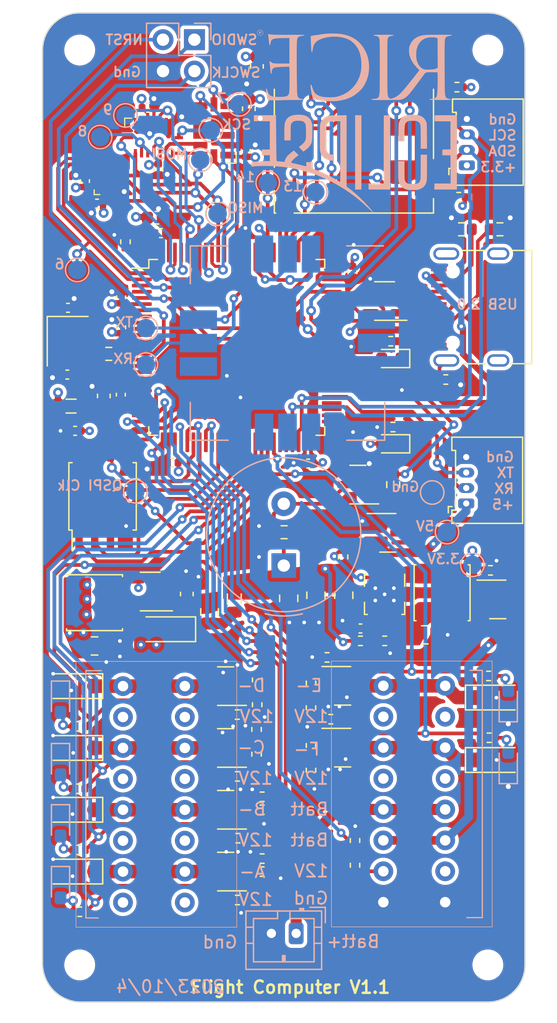
<source format=kicad_pcb>
(kicad_pcb (version 20221018) (generator pcbnew)
  (title_block (title "Flight Computer Layout") (date "2023-09-26") (rev "1"))
  (layers (0 "F.Cu" signal) (1 "In1.Cu" signal) (2 "In2.Cu" signal) (31 "B.Cu" signal) (34 "B.Paste" user) (35 "F.Paste" user) (36 "B.SilkS" user "B.Silkscreen") (37 "F.SilkS" user "F.Silkscreen") (38 "B.Mask" user) (39 "F.Mask" user) (44 "Edge.Cuts" user))
  (net 0 "")
  (net 1 "+5V")
  (net 2 "Net-(BZ1-+)")
  (net 3 "+3.3V")
  (net 4 "GND")
  (net 5 "Net-(U1-PH0)")
  (net 6 "Net-(C10-Pad1)")
  (net 7 "Net-(U8-SS)")
  (net 8 "/Microcontroller/VDDA")
  (net 9 "/Connectors and Power Supply/Power Supply/Boost Converter Vin")
  (net 10 "/Connectors and Power Supply/Power Supply/Buck Vin")
  (net 11 "Net-(D1-A)")
  (net 12 "Net-(D1-K)")
  (net 13 "Net-(D2-K)")
  (net 14 "Net-(D3-A)")
  (net 15 "+12V")
  (net 16 "Net-(D4-A)")
  (net 17 "Net-(D5-A)")
  (net 18 "Net-(D6-A)")
  (net 19 "Net-(D7-A)")
  (net 20 "Net-(D8-A)")
  (net 21 "/Pyrotechnic Channels/Pyro Channel A")
  (net 22 "/Pyrotechnic Channels/Pyro Channel B")
  (net 23 "/Pyrotechnic Channels/Pyro Channel E")
  (net 24 "/SWDIO")
  (net 25 "/SWCLK")
  (net 26 "/NRST")
  (net 27 "Net-(J7-CC1)")
  (net 28 "/USB D+")
  (net 29 "/USB D-")
  (net 31 "Net-(J7-CC2)")
  (net 33 "Net-(J7-SHIELD)")
  (net 34 "/UART3 RX")
  (net 35 "/UART3 TX")
  (net 36 "/I2C2 SDA")
  (net 37 "/I2C2 SCL")
  (net 38 "/SDMMC Data 2")
  (net 39 "/SDMMC Data 3")
  (net 40 "/SDMMC Command")
  (net 41 "/SDMMC Clock")
  (net 42 "/SDMMC Data 0")
  (net 43 "/SDMMC Data 1")
  (net 44 "/SD Card Detect")
  (net 45 "/Pyrotechnic Channels/Pyro Channel D")
  (net 46 "Net-(Q1-B)")
  (net 47 "/Pyro Channel A Trigger")
  (net 48 "/Pyro Channel B Trigger")
  (net 49 "/Pyro Channel C Trigger")
  (net 50 "/Pyro Channel E Trigger")
  (net 51 "/Pyro Channel F Trigger")
  (net 52 "/Pyro Channel D Trigger")
  (net 53 "/Pyrotechnic Channels/Pyro Channel C")
  (net 54 "/Pyro A Continuity Voltage")
  (net 55 "/Pyro B Continuity Voltage")
  (net 56 "/Pyro C Continuity Voltage")
  (net 57 "/Pyro E Continuity Voltage")
  (net 58 "/Pyro F Continuity Voltage")
  (net 59 "/Pyro D Continuity Voltage")
  (net 60 "/Ignition Battery Voltage")
  (net 61 "Net-(U8-FB)")
  (net 62 "Net-(F1-Pad1)")
  (net 63 "/Main battery connector")
  (net 64 "/Main battery in")
  (net 65 "/Connectors and Power Supply/Power Supply/Boost Converter SW")
  (net 66 "/Connectors and Power Supply/Power Supply/Buck Out")
  (net 67 "Net-(U1-PH1)")
  (net 68 "Net-(U1-BOOT0)")
  (net 69 "Net-(U1-PD13)")
  (net 70 "Net-(U8-PG)")
  (net 72 "/High G Interrupt")
  (net 76 "/Chip Select Low G Gyro")
  (net 77 "/SPI1 SCK")
  (net 78 "/SPI1 MOSI")
  (net 79 "/SPI1 MISO")
  (net 80 "/Low G Gyro Interrupt")
  (net 82 "/Chip Select Low G Accel")
  (net 83 "/Low G Accel Interrupt")
  (net 84 "/Altimeter Interrupt")
  (net 92 "/QSPI IO3")
  (net 93 "/QSPI IO2")
  (net 95 "/QSPI IO1")
  (net 96 "/QSPI IO0")
  (net 97 "/QSPI Clock")
  (net 98 "/QSPI Chip Select")
  (net 115 "/GPS Reset")
  (net 116 "/GPS External Interrupt")
  (net 117 "/UART2 TX")
  (net 118 "/UART2 RX")
  (net 125 "/Connectors and Power Supply/USB CONN D+")
  (net 126 "/Connectors and Power Supply/USB CONN D-")
  (net 127 "/USB 5V in")
  (net 132 "/Chip Select Altimeter")
  (net 133 "/Chip Select High G Accel")
  (net 134 "/Pyrotechnic Channels/Pyro Channel F")
  (footprint "Package_TO_SOT_SMD:SOT-23" (layer "F.Cu") (at 169.6 110.9475)
    (fp_text reference "Q9")
    (fp_text value "AO3401A")
  )
  (footprint "Resistor_SMD:R_0402_1005Metric" (layer "F.Cu") (at 139.5 82.0225 -90)
    (fp_text reference "R3")
    (fp_text value "10k")
  )
  (footprint "Package_TO_SOT_SMD:SOT-23" (layer "F.Cu") (at 147.6 132.9625 180)
    (fp_text reference "Q2")
    (fp_text value "AO3400A")
  )
  (footprint "Resistor_SMD:R_0603_1608Metric" (layer "F.Cu") (at 161.15 101.6625 -90)
    (fp_text reference "R18")
    (fp_text value "1k")
  )
  (footprint "Resistor_SMD:R_0402_1005Metric" (layer "F.Cu") (at 154.5 124.7625 -90)
    (fp_text reference "R14")
    (fp_text value "22k")
  )
  (footprint "Package_TO_SOT_SMD:SOT-23" (layer "F.Cu") (at 158.3 101.6625 180)
    (fp_text reference "Q1")
    (fp_text value "MMBT2222A")
  )
  (footprint "LED_SMD:LED_0603_1608Metric" (layer "F.Cu") (at 161 98.3625 180)
    (fp_text reference "D2")
    (fp_text value "LED")
  )
  (footprint "Resistor_SMD:R_0402_1005Metric" (layer "F.Cu") (at 154.5 122.7625 -90)
    (fp_text reference "R13")
    (fp_text value "200k")
  )
  (footprint "Resistor_SMD:R_0402_1005Metric" (layer "F.Cu") (at 150.1 123.4625 90)
    (fp_text reference "R9")
    (fp_text value "200k")
  )
  (footprint "Resistor_SMD:R_0402_1005Metric" (layer "F.Cu") (at 165.4 93.1625)
    (fp_text reference "R19")
    (fp_text value "1M")
  )
  (footprint "Resistor_SMD:R_0603_1608Metric" (layer "F.Cu") (at 138.15 91.0875 180)
    (fp_text reference "R2")
    (fp_text value "47")
  )
  (footprint "Capacitor_SMD:C_0402_1005Metric" (layer "F.Cu") (at 134.8 92.7625 180)
    (fp_text reference "C10")
    (fp_text value "12p")
  )
  (footprint "Resistor_SMD:R_0402_1005Metric" (layer "F.Cu") (at 160.46 114.3)
    (fp_text reference "R22")
    (fp_text value "47k")
  )
  (footprint "Capacitor_SMD:C_0603_1608Metric" (layer "F.Cu") (at 149.475 71.2625 -90)
    (fp_text reference "C1")
    (fp_text value "1u")
  )
  (footprint "Resistor_SMD:R_0402_1005Metric" (layer "F.Cu") (at 157.1 107.5125 90)
    (fp_text reference "R23")
    (fp_text value "1M")
  )
  (footprint "Capacitor_SMD:C_0402_1005Metric" (layer "F.Cu") (at 141.32 71.1825)
    (fp_text reference "C8")
    (fp_text value "100n")
  )
  (footprint "Capacitor_SMD:C_0402_1005Metric" (layer "F.Cu") (at 143.275 99.8875 180)
    (fp_text reference "C15")
    (fp_text value "100n")
  )
  (footprint "Resistor_SMD:R_0402_1005Metric" (layer "F.Cu") (at 150.15 117.4625 -90)
    (fp_text reference "R15")
    (fp_text value "200k")
  )
  (footprint "Resistor_SMD:R_0402_1005Metric" (layer "F.Cu") (at 158.06 130.4475 90)
    (fp_text reference "R35")
    (fp_text value "22k")
  )
  (footprint "Inductor_SMD:L_0805_2012Metric" (layer "F.Cu") (at 148.3 110.9125 -90)
    (fp_text reference "FB2")
    (fp_text value "GZ2012D601TF")
  )
  (footprint "Resistor_SMD:R_0603_1608Metric" (layer "F.Cu") (at 166.675 81.0125 180)
    (fp_text reference "R21")
    (fp_text value "5.1k")
  )
  (footprint "Inductor_SMD:L_0805_2012Metric" (layer "F.Cu") (at 135.1 95.3125 180)
    (fp_text reference "FB1")
    (fp_text value "GZ2012D601TF")
  )
  (footprint "Capacitor_SMD:C_0402_1005Metric" (layer "F.Cu") (at 139.125 94.3875 90)
    (fp_text reference "C16")
    (fp_text value "100n")
  )
  (footprint "Capacitor_SMD:C_0402_1005Metric" (layer "F.Cu") (at 158.5 113.3 180)
    (fp_text reference "C18")
    (fp_text value "10n")
  )
  (footprint "Resistor_SMD:R_0402_1005Metric" (layer "F.Cu") (at 168.86 117.1375)
    (fp_text reference "R37")
    (fp_text value "1.5k")
  )
  (footprint "Diode_SMD:D_SOD-123" (layer "F.Cu") (at 135.3 117.9625 180)
    (fp_text reference "D13")
    (fp_text value "B5819W SL")
  )
  (footprint "Capacitor_SMD:C_0402_1005Metric" (layer "F.Cu") (at 137.2 78.9375 180)
    (fp_text reference "C3")
    (fp_text value "100n")
  )
  (footprint "Diode_SMD:D_SOD-123" (layer "F.Cu") (at 135.3 132.9625 180)
    (fp_text reference "D9")
    (fp_text value "B5819W SL")
  )
  (footprint "Resistor_SMD:R_0402_1005Metric" (layer "F.Cu") (at 160.95 90.0625 180)
    (fp_text reference "R17")
    (fp_text value "1.5k")
  )
  (footprint "Diode_SMD:D_SOD-123" (layer "F.Cu") (at 169.35 123.9375)
    (fp_text reference "D12")
    (fp_text value "B5819W SL")
  )
  (footprint "Package_QFP:LQFP-100_14x14mm_P0.5mm" (layer "F.Cu") (at 148.5 90.5625)
    (fp_text reference "U1")
    (fp_text value "STM32L476VETx")
  )
  (footprint "Capacitor_SMD:C_0603_1608Metric" (layer "F.Cu") (at 142.05 80.0725)
    (fp_text reference "C7")
    (fp_text value "4u7")
  )
  (footprint "Resistor_SMD:R_0402_1005Metric" (layer "F.Cu") (at 135.75 121.2125 180)
    (fp_text reference "R39")
    (fp_text value "1.5k")
  )
  (footprint "Capacitor_SMD:C_0402_1005Metric" (layer "F.Cu") (at 135.43 97.3125 180)
    (fp_text reference "C29")
    (fp_text value "100n")
  )
  (footprint "Resistor_SMD:R_0402_1005Metric" (layer "F.Cu") (at 166.45 78.4125 180)
    (fp_text reference "R27")
    (fp_text value "4.7k")
  )
  (footprint "Resistor_SMD:R_0402_1005Metric" (layer "F.Cu") (at 168.9 122.1375)
    (fp_text reference "R38")
    (fp_text value "1.5k")
  )
  (footprint "Resistor_SMD:R_0402_1005Metric" (layer "F.Cu") (at 148.55 125.2625)
    (fp_text reference "R33")
    (fp_text value "22k")
  )
  (footprint "Resistor_SMD:R_0402_1005Metric" (layer "F.Cu") (at 169.0125 108.5975)
    (fp_text reference "R1")
    (fp_text value "100k")
  )
  (footprint "Resistor_SMD:R_0402_1005Metric" (layer "F.Cu") (at 135.75 131.2125 180)
    (fp_text reference "R40")
    (fp_text value "1.5k")
  )
  (footprint "MountingHole:MountingHole_2mm" (layer "F.Cu") (at 135.8 66.5125)
    (fp_text reference "H2")
    (fp_text value "MountingHole")
  )
  (footprint "Connector_USB:USB_C_Receptacle_G-Switch_GT-USB-7010ASV" (layer "F.Cu") (at 168.565 87.3025 90)
    (fp_text reference "J7")
    (fp_text value "USB_C_Receptacle_USB2.0")
  )
  (footprint "Resistor_SMD:R_0402_1005Metric" (layer "F.Cu") (at 155.8 115.6375 180)
    (fp_text reference "R30")
    (fp_text value "22k")
  )
  (footprint "Resistor_SMD:R_0402_1005Metric" (layer "F.Cu") (at 154.5 119.7125 -90)
    (fp_text reference "R12")
    (fp_text value "22k")
  )
  (footprint "Capacitor_SMD:C_0402_1005Metric" (layer "F.Cu") (at 157.85 84.4875 -90)
    (fp_text reference "C12")
    (fp_text value "100n")
  )
  (footprint "Resistor_SMD:R_0402_1005Metric" (layer "F.Cu") (at 150.55 126.9125 180)
    (fp_text reference "R8")
    (fp_text value "22k")
  )
  (footprint "Package_TO_SOT_SMD:SOT-23" (layer "F.Cu") (at 157.06 122.9375)
    (fp_text reference "Q7")
    (fp_text value "AO3400A")
  )
  (footprint "Capacitor_SMD:C_0402_1005Metric" (layer "F.Cu") (at 139.15 86.5125 90)
    (fp_text reference "C9")
    (fp_text value "100n")
  )
  (footprint "Capacitor_SMD:C_0402_1005Metric" (layer "F.Cu") (at 136.225 77.1125 90)
    (fp_text reference "C4")
    (fp_text value "100n")
  )
  (footprint "MountingHole:MountingHole_2mm" (layer "F.Cu") (at 168.8 66.5125)
    (fp_text reference "H1")
    (fp_text value "MountingHole")
  )
  (footprint "Capacitor_SMD:C_0603_1608Metric" (layer "F.Cu") (at 137.75 94.4875 90)
    (fp_text reference "C24")
    (fp_text value "1u")
  )
  (footprint "Resistor_SMD:R_0402_1005Metric" (layer "F.Cu") (at 150.15 119.4625 -90)
    (fp_text reference "R16")
    (fp_text value "22k")
  )
  (footprint "Package_TO_SOT_SMD:SOT-23-6" (layer "F.Cu") (at 160.45 86.8125 180)
    (fp_text reference "U2")
    (fp_text value "USBLC6-2SC6")
  )
  (footprint "Connector_Card:microSD_HC_Hirose_DM3D-SF" (layer "F.Cu") (at 157.97 73.9125 180)
    (fp_text reference "J10")
    (fp_text value "Micro_SD_Card")
  )
  (footprint "Resistor_SMD:R_0603_1608Metric" (layer "F.Cu") (at 152.325 105.5125 180)
    (fp_text reference "R28")
    (fp_text value "1k")
  )
  (footprint "Resistor_SMD:R_0603_1608Metric" (layer "F.Cu") (at 169.775 81.0125)
    (fp_text reference "R20")
    (fp_text value "5.1k")
  )
  (footprint "Capacitor_SMD:C_0805_2012Metric" (layer "F.Cu") (at 137 114.7125)
    (fp_text reference "C20")
    (fp_text value "10u")
  )
  (footprint "Resistor_SMD:R_0402_1005Metric" (layer "F.Cu") (at 150.55 132.9625)
    (fp_text reference "R4")
    (fp_text value "200k")
  )
  (footprint "Crystal:Crystal_SMD_3225-4Pin_3.2x2.5mm" (layer "F.Cu") (at 134.825 90.0625 -90)
    (fp_text reference "Y1")
    (fp_text value "16MHz")
  )
  (footprint "Resistor_SMD:R_0402_1005Metric" (layer "F.Cu") (at 156.1 120.6375 180)
    (fp_text reference "R31")
    (fp_text value "22k")
  )
  (footprint "Resistor_SMD:R_0402_1005Metric" (layer "F.Cu") (at 135.8 136.2125 180)
    (fp_text reference "R36")
    (fp_text value "1.5k")
  )
  (footprint "Resistor_SMD:R_0402_1005Metric" (layer "F.Cu") (at 135.7 126.2625 180)
    (fp_text reference "R41")
    (fp_text value "1.5k")
  )
  (footprint "Package_TO_SOT_SMD:SOT-23" (layer "F.Cu") (at 157.06 117.9375)
    (fp_text reference "Q6")
    (fp_text value "AO3400A")
  )
  (footprint "Capacitor_SMD:C_0805_2012Metric" (layer "F.Cu") (at 157.15 110.6125 -90)
    (fp_text reference "C21")
    (fp_text value "22u")
  )
  (footprint "Capacitor_SMD:C_0805_2012Metric" (layer "F.Cu") (at 152.7 110.8625 -90)
    (fp_text reference "C23")
    (fp_text value "22u")
  )
  (footprint "Inductor_SMD:L_Sunlord_SWPA4030S" (layer "F.Cu") (at 137 111.2125 180)
    (fp_text reference "L2")
    (fp_text value "10u")
  )
  (footprint "Capacitor_SMD:C_0805_2012Metric" (layer "F.Cu") (at 163.7 113.8125)
    (fp_text reference "C17")
    (fp_text value "22u")
  )
  (footprint "Connector_Molex:Molex_PicoBlade_53048-0410_1x04_P1.25mm_Horizontal" (layer "F.Cu") (at 167.1 75.8375 90)
    (fp_text reference "J9")
    (fp_text value "External I2C")
  )
  (footprint "Inductor_SMD:L_Sunlord_SWPA4030S" (layer "F.Cu") (at 165.1 110.4125 90)
    (fp_text reference "L1")
    (fp_text value "1u")
  )
  (footprint "Resistor_SMD:R_0402_1005Metric" (layer "F.Cu") (at 148.54 120.2625)
    (fp_text reference "R32")
    (fp_text value "22k")
  )
  (footprint "Resistor_SMD:R_0402_1005Metric" (layer "F.Cu") (at 150.55 127.9625)
    (fp_text reference "R7")
    (fp_text value "200k")
  )
  (footprint "Package_TO_SOT_SMD:SOT-23" (layer "F.Cu") (at 160.7125 105.5625)
    (fp_text reference "Q4")
    (fp_text value "AO3401A")
  )
  (footprint "custom-footprints:BMI088" (layer "F.Cu") (at 140.3 74.8625 90)
    (fp_text reference "U4")
    (fp_text value "~")
  )
  (footprint "Resistor_SMD:R_0402_1005Metric" (layer "F.Cu") (at 150.1 121.4625 90)
    (fp_text reference "R10")
    (fp_text value "22k")
  )
  (footprint "Package_TO_SOT_SMD:SOT-23" (layer "F.Cu") (at 147.6 122.9625 180)
    (fp_text reference "Q5")
    (fp_text value "AO3400A")
  )
  (footprint "Resistor_SMD:R_0402_1005Metric" (layer "F.Cu") (at 158.5 114.3)
    (fp_text reference "R5")
    (fp_text value "200k")
  )
  (footprint "Capacitor_SMD:C_0603_1608Metric" (layer "F.Cu") (at 144.4625 110.5125 90)
    (fp_text reference "C19")
    (fp_text value "4.7u")
  )
  (footprint "Diode_SMD:D_SOD-123" (layer "F.Cu") (at 135.3 122.9625 180)
    (fp_text reference "D14")
    (fp_text value "B5819W SL")
  )
  (footprint "Resistor_SMD:R_0402_1005Metric" (layer "F.Cu") (at 150.55 131.9125 180)
    (fp_text reference "R6")
    (fp_text value "22k")
  )
  (footprint "Resistor_SMD:R_0402_1005Metric" (layer "F.Cu") (at 148.59 130.2625)
    (fp_text reference "R29")
    (fp_text value "22k")
  )
  (footprint "Package_SON:Texas_S-PVSON-N10_ThermalVias" (layer "F.Cu") (at 160.45 110.5375 -90)
    (fp_text reference "U8")
    (fp_text value "TPS61230DRC")
  )
  (footprint "MountingHole:MountingHole_2mm" (layer "F.Cu") (at 135.8 140.5125)
    (fp_text reference "H3")
    (fp_text value "MountingHole")
  )
  (footprint "Resistor_SMD:R_0402_1005Metric" (layer "F.Cu") (at 154.5 117.7125 -90)
    (fp_text reference "R11")
    (fp_text value "200k")
  )
  (footprint "custom-footprints:BMP388" (layer "F.Cu") (at 138.77 77.6625 180)
    (fp_text reference "U5")
    (fp_text value "~")
  )
  (footprint "Diode_SMD:D_SOD-123" (layer "F.Cu") (at 169.35 118.8875)
    (fp_text reference "D11")
    (fp_text value "B5819W SL")
  )
  (footprint "Connector_Molex:Molex_PicoBlade_53048-0410_1x04_P1.25mm_Horizontal" (layer "F.Cu") (at 167.05 103.1875 90)
    (fp_text reference "J8")
    (fp_text value "External UART")
  )
  (footprint "Fuse:Fuse_0805_2012Metric" (layer "F.Cu") (at 146.3 111.9625 90)
    (fp_text reference "F1")
    (fp_text value "2920L125PR")
  )
  (footprint "Diode_SMD:D_SOD-123" (layer "F.Cu") (at 135.3 127.9625 180)
    (fp_text reference "D10")
    (fp_text value "B5819W SL")
  )
  (footprint "MountingHole:MountingHole_2mm" (layer "F.Cu") (at 168.8 140.5125)
    (fp_text reference "H4")
    (fp_text value "MountingHole")
  )
  (footprint "Capacitor_SMD:C_0603_1608Metric" (layer "F.Cu") (at 150.13 67.8325 -90)
    (fp_text reference "C28")
    (fp_text value "4u7")
  )
  (footprint "Package_TO_SOT_SMD:SOT-23" (layer "F.Cu") (at 147.6 127.9625 180)
    (fp_text reference "Q3")
    (fp_text value "AO3400A")
  )
  (footprint "LED_SMD:LED_0603_1608Metric" (layer "F.Cu") (at 161 91.4625 180)
    (fp_text reference "D1")
    (fp_text value "LED")
  )
  (footprint "Capacitor_SMD:C_0402_1005Metric" (layer "F.Cu") (at 154.275 99.9625 180)
    (fp_text reference "C13")
    (fp_text value "100n")
  )
  (footprint "custom-footprints:ADXL375" (layer "F.Cu") (at 147.75 75.0125 180)
    (fp_text reference "U3")
    (fp_text value "~")
  )
  (footprint "Package_SO:SOIC-8_5.23x5.23mm_P1.27mm" (layer "F.Cu") (at 137.65 102.6125 90)
    (fp_text reference "U7")
    (fp_text value "W25Q128JVSIQ")
  )
  (footprint "Capacitor_SMD:C_0402_1005Metric" (layer "F.Cu") (at 149.225 74.6625 90)
    (fp_text reference "C2")
    (fp_text value "100n")
  )
  (footprint "Resistor_SMD:R_0402_1005Metric" (layer "F.Cu") (at 166.3 69.5125 180)
    (fp_text reference "R26")
    (fp_text value "4.7k")
  )
  (footprint "Capacitor_SMD:C_0805_2012Metric" (layer "F.Cu") (at 154.9 110.6125 -90)
    (fp_text reference "C22")
    (fp_text value "22u")
  )
  (footprint "Resistor_SMD:R_0402_1005Metric" (layer "F.Cu") (at 161.13 97.0075 180)
    (fp_text reference "R24")
    (fp_text value "1.5k")
  )
  (footprint "Capacitor_SMD:C_0402_1005Metric" (layer "F.Cu") (at 134.85 87.3625)
    (fp_text reference "C6")
    (fp_text value "12p")
  )
  (footprint "Capacitor_SMD:C_0402_1005Metric" (layer "F.Cu") (at 142.15 76.2125 -90)
    (fp_text reference "C5")
    (fp_text value "100n")
  )
  (footprint "Resistor_SMD:R_0402_1005Metric" (layer "F.Cu") (at 148.55 135.2625)
    (fp_text reference "R34")
    (fp_text value "22k")
  )
  (footprint "Capacitor_SMD:C_0402_1005Metric" (layer "F.Cu") (at 142.36 81.3225)
    (fp_text reference "C11")
    (fp_text value "100n")
  )
  (footprint "Resistor_SMD:R_0402_1005Metric" (layer "F.Cu") (at 158.06 132.4475 90)
    (fp_text reference "R25")
    (fp_text value "200k")
  )
  (footprint "Package_TO_SOT_SMD:TSOT-23-5" (layer "F.Cu") (at 141.5 110.3125 180)
    (fp_text reference "U9")
    (fp_text value "LM3670MF")
  )
  (footprint "Capacitor_SMD:C_0402_1005Metric" (layer "F.Cu") (at 139.15 88.9375 90)
    (fp_text reference "C14")
    (fp_text value "100n")
  )
  (footprint "Diode_SMD:D_SOD-123" (layer "F.Cu") (at 142.8125 113.3625 180)
    (fp_text reference "D15")
    (fp_text value "B5819W SL")
  )
  (footprint "Package_TO_SOT_SMD:SOT-23" (layer "F.Cu") (at 147.6 117.9625 180)
    (fp_text reference "Q8")
    (fp_text value "AO3400A")
  )
  (footprint "LED_SMD:LED_0603_1608Metric_Pad1.05x0.95mm_HandSolder" (layer "B.Cu") (at 134.25 124.2625 -90)
    (fp_text reference "D8")
    (fp_text value "LED")
  )
  (footprint "TestPoint:TestPoint_Pad_D1.5mm" (layer "B.Cu") (at 141.15 89 180)
    (fp_text reference "TP10")
    (fp_text value "UART2 TX")
  )
  (footprint "TestPoint:TestPoint_Pad_D1.5mm" (layer "B.Cu") (at 140.3 102.2 180)
    (fp_text reference "TP15")
    (fp_text value "QSPI Clock")
  )
  (footprint "Connector_JST:JST_PH_B2B-PH-K_1x02_P2.00mm_Vertical" (layer "B.Cu") (at 153.3 137.9625 180)
    (fp_text reference "J4")
    (fp_text value "JST-PH")
  )
  (footprint "TestPoint:TestPoint_Pad_D1.5mm" (layer "B.Cu") (at 146.4 73 180)
    (fp_text reference "TP5")
    (fp_text value "SPI1 SCK")
  )
  (footprint "LED_SMD:LED_0603_1608Metric_Pad1.05x0.95mm_HandSolder" (layer "B.Cu") (at 170.45 119.1875 90)
    (fp_text reference "D4")
    (fp_text value "LED")
  )
  (footprint "TestPoint:TestPoint_Pad_D1.5mm" (layer "B.Cu") (at 145.55 75.4 180)
    (fp_text reference "TP4")
    (fp_text value "SPI1 MOSI")
  )
  (footprint "LED_SMD:LED_0603_1608Metric_Pad1.05x0.95mm_HandSolder" (layer "B.Cu") (at 170.45 124.1875 90)
    (fp_text reference "D5")
    (fp_text value "LED")
  )
  (footprint "TestPoint:TestPoint_Pad_D1.5mm" (layer "B.Cu") (at 165.5 105.5 180)
    (fp_text reference "TP1")
    (fp_text value "5V")
  )
  (footprint "TestPoint:TestPoint_Pad_D1.5mm" (layer "B.Cu") (at 141.15 91.95 180)
    (fp_text reference "TP11")
    (fp_text value "UART2 RX")
  )
  (footprint "TestPoint:TestPoint_Pad_D1.5mm" (layer "B.Cu") (at 135.6 84.3 180)
    (fp_text reference "TP6")
    (fp_text value "CS Altimeter")
  )
  (footprint "TestPoint:TestPoint_Pad_D1.5mm" (layer "B.Cu") (at 148.7 70.9 180)
    (fp_text reference "TP7")
    (fp_text value "CS High G")
  )
  (footprint "custom-footprints:Wago_Custom_218-108" (layer "B.Cu") (at 139.3 135.4625)
    (fp_text reference "J2")
    (fp_text value "Pyro Channels")
  )
  (footprint "LED_SMD:LED_0603_1608Metric_Pad1.05x0.95mm_HandSolder" (layer "B.Cu") (at 134.25 134.2125 -90)
    (fp_text reference "D3")
    (fp_text value "LED")
  )
  (footprint "RF_GPS:ublox_SAM-M8Q_HandSolder" (layer "B.Cu") (at 152.6 90.2125 180)
    (fp_text reference "U11")
    (fp_text value "SAM-M8Q")
  )
  (footprint "TestPoint:TestPoint_Pad_D1.5mm" (layer "B.Cu") (at 139.5 71.8 180)
    (fp_text reference "TP9")
    (fp_text value "CS Low G Accel")
  )
  (footprint "Buzzer_Beeper:Buzzer_TDK_PS1240P02BT_D12.2mm_H6.5mm" (layer "B.Cu") (at 152.3 108.2125 90)
    (fp_text reference "BZ1")
    (fp_text value "Buzzer")
  )
  (footprint "TestPoint:TestPoint_Pad_D1.5mm" (layer "B.Cu") (at 146.95 79.75 180)
    (fp_text reference "TP3")
    (fp_text value "SPI1 MISO")
  )
  (footprint "TestPoint:TestPoint_Pad_D1.5mm" (layer "B.Cu") (at 167.55 108.15 180)
    (fp_text reference "TP2")
    (fp_text value "3.3V")
  )
  (footprint "TestPoint:TestPoint_Pad_D1.5mm" (layer "B.Cu") (at 154.85 78 180)
    (fp_text reference "TP13")
    (fp_text value "SDMMC Clock")
  )
  (footprint "LOGO" (layer "B.Cu") (at 158.2 72.05 180)
    (fp_text reference "G***")
    (fp_text value "LOGO" hide)
  )
  (footprint "LED_SMD:LED_0603_1608Metric_Pad1.05x0.95mm_HandSolder" (layer "B.Cu") (at 134.25 119.2125 -90)
    (fp_text reference "D6")
    (fp_text value "LED")
  )
  (footprint "TestPoint:TestPoint_Pad_D1.5mm" (layer "B.Cu") (at 151 77.25 180)
    (fp_text reference "TP14")
    (fp_text value "SDMMC Command")
  )
  (footprint "custom-footprints:Wago_Custom_218-108" (layer "B.Cu") (at 165.35 117.9375 180)
    (fp_text reference "J1")
    (fp_text value "Screw Switches")
  )
  (footprint "Connector_PinHeader_2.54mm:PinHeader_2x02_P2.54mm_Vertical" (layer "B.Cu") (at 145.075 65.675 180)
    (fp_text reference "J3")
    (fp_text value "Serial Wire Debug")
  )
  (footprint "TestPoint:TestPoint_Pad_D1.5mm" (layer "B.Cu") (at 137.45 73.55 180)
    (fp_text reference "TP8")
    (fp_text value "CS Low G Gyro")
  )
  (footprint "LED_SMD:LED_0603_1608Metric_Pad1.05x0.95mm_HandSolder" (layer "B.Cu") (at 134.25 129.2125 -90)
    (fp_text reference "D7")
    (fp_text value "LED")
  )
  (footprint "TestPoint:TestPoint_Pad_D1.5mm" (layer "B.Cu") (at 164.3 102.3 180)
    (fp_text reference "TP12")
    (fp_text value "Gnd")
  )
  (gr_arc (start 168.8 63.5125) (mid 170.92132 64.39118) (end 171.8 66.5125) (stroke (width 0.1)) (layer "Edge.Cuts"))
  (gr_arc (start 132.8 66.5125) (mid 133.67868 64.39118) (end 135.8 63.5125) (stroke (width 0.1)) (layer "Edge.Cuts"))
  (gr_line (start 168.8 63.5125) (end 135.8 63.5125) (stroke (width 0.1)) (layer "Edge.Cuts"))
  (gr_arc (start 171.8 140.5125) (mid 170.92132 142.63382) (end 168.8 143.5125) (stroke (width 0.1)) (layer "Edge.Cuts"))
  (gr_arc (start 135.8 143.512499) (mid 133.670063 142.556635) (end 132.797644 140.39118) (stroke (width 0.1)) (layer "Edge.Cuts"))
  (gr_line (start 135.8 143.5125) (end 168.8 143.5125) (stroke (width 0.1)) (layer "Edge.Cuts"))
  (gr_line (start 171.8 140.5125) (end 171.8 66.5125) (stroke (width 0.1)) (layer "Edge.Cuts"))
  (gr_line (start 132.8 66.5125) (end 132.797644 140.39118) (stroke (width 0.1)) (layer "Edge.Cuts"))
  (gr_text "B-" (at 150.95 128.5) (layer "B.SilkS") (effects (font (size 1 1)) (justify left bottom mirror)))
  (gr_text "MOSI" (at 144.6 75.4) (layer "B.SilkS") (effects (font (size 0.8 0.8)) (justify left bottom mirror)))
  (gr_text "12V" (at 156 126) (layer "B.SilkS") (effects (font (size 1 1)) (justify left bottom mirror)))
  (gr_text "14" (at 150.05 77.25) (layer "B.SilkS") (effects (font (size 0.8 0.8)) (justify left bottom mirror)))
  (gr_text "E-" (at 155.5 118.5) (layer "B.SilkS") (effects (font (size 1 1)) (justify left bottom mirror)))
  (gr_text "8" (at 136.5 73.55) (layer "B.SilkS") (effects (font (size 0.8 0.8)) (justify left bottom mirror)))
  (gr_text "3.3V" (at 166.6 108.15) (layer "B.SilkS") (effects (font (size 0.8 0.8)) (justify left bottom mirror)))
  (gr_text "C-" (at 150.9 123.5) (layer "B.SilkS") (effects (font (size 1 1)) (justify left bottom mirror)))
  (gr_text "5V" (at 164.55 105.5) (layer "B.SilkS") (effects (font (size 0.8 0.8)) (justify left bottom mirror)))
  (gr_text "Gnd\nTX\nRX\n+5" (at 171 103.75) (layer "B.SilkS") (effects (font (size 0.8 0.8)) (justify left bottom mirror)))
  (gr_text "12V" (at 151.5 131) (layer "B.SilkS") (effects (font (size 1 1)) (justify left bottom mirror)))
  (gr_text "NRST" (at 141 66.15) (layer "B.SilkS") (effects (font (size 0.8 0.8)) (justify left bottom mirror)))
  (gr_text "Gnd" (at 156 135.7) (layer "B.SilkS") (effects (font (size 1 1)) (justify left bottom mirror)))
  (gr_text "12V" (at 151.5 126) (layer "B.SilkS") (effects (font (size 1 1)) (justify left bottom mirror)))
  (gr_text "D-" (at 150.9 118.5) (layer "B.SilkS") (effects (font (size 1 1)) (justify left bottom mirror)))
  (gr_text "Gnd\nSCL\nSDA\n+3.3" (at 171.2 76.45) (layer "B.SilkS") (effects (font (size 0.8 0.8)) (justify left bottom mirror)))
  (gr_text "12V" (at 156 121) (layer "B.SilkS") (effects (font (size 1 1)) (justify left bottom mirror)))
  (gr_text "RX" (at 140.2 91.95) (layer "B.SilkS") (effects (font (size 0.8 0.8)) (justify left bottom mirror)))
  (gr_text "F-" (at 155.3 123.65) (layer "B.SilkS") (effects (font (size 1 1)) (justify left bottom mirror)))
  (gr_text "Gnd" (at 140.85 68.75) (layer "B.SilkS") (effects (font (size 0.8 0.8)) (justify left bottom mirror)))
  (gr_text "6" (at 134.65 84.3) (layer "B.SilkS") (effects (font (size 0.8 0.8)) (justify left bottom mirror)))
  (gr_text "12V" (at 156 133.5) (layer "B.SilkS") (effects (font (size 1 1)) (justify left bottom mirror)))
  (gr_text "QSPI Clk" (at 139.35 102.2) (layer "B.SilkS") (effects (font (size 0.8 0.8)) (justify left bottom mirror)))
  (gr_text "12V" (at 151.5 135.8) (layer "B.SilkS") (effects (font (size 1 1)) (justify left bottom mirror)))
  (gr_text "USB 2.0" (at 171.3 87.55) (layer "B.SilkS") (effects (font (size 0.8 0.8)) (justify left bottom mirror)))
  (gr_text "Batt" (at 156 131) (layer "B.SilkS") (effects (font (size 1 1)) (justify left bottom mirror)))
  (gr_text "MISO" (at 150.75 79.75) (layer "B.SilkS") (effects (font (size 0.8 0.8)) (justify left bottom mirror)))
  (gr_text "Gnd" (at 148.65 139.25) (layer "B.SilkS") (effects (font (size 1 1)) (justify left bottom mirror)))
  (gr_text "9" (at 138.55 71.8) (layer "B.SilkS") (effects (font (size 0.8 0.8)) (justify left bottom mirror)))
  (gr_text "13" (at 153.9 78) (layer "B.SilkS") (effects (font (size 0.8 0.8)) (justify left bottom mirror)))
  (gr_text "TX" (at 140.2 89) (layer "B.SilkS") (effects (font (size 0.8 0.8)) (justify left bottom mirror)))
  (gr_text "7" (at 147.75 70.9) (layer "B.SilkS") (effects (font (size 0.8 0.8)) (justify left bottom mirror)))
  (gr_text "12V" (at 151.6 121) (layer "B.SilkS") (effects (font (size 1 1)) (justify left bottom mirror)))
  (gr_text "A-" (at 150.9 133.55) (layer "B.SilkS") (effects (font (size 1 1)) (justify left bottom mirror)))
  (gr_text "SWDIO" (at 150.25 66.15) (layer "B.SilkS") (effects (font (size 0.8 0.8)) (justify left bottom mirror)))
  (gr_text "Batt+" (at 160.15 139.2) (layer "B.SilkS") (effects (font (size 1 1)) (justify left bottom mirror)))
  (gr_text "Gnd" (at 163.35 102.3) (layer "B.SilkS") (effects (font (size 0.8 0.8)) (justify left bottom mirror)))
  (gr_text "2023/10/4" (at 147.6 142.85) (layer "B.SilkS") (effects (font (size 1 1)) (justify left bottom mirror)))
  (gr_text "SWCLK" (at 150.5 68.8) (layer "B.SilkS") (effects (font (size 0.8 0.8)) (justify left bottom mirror)))
  (gr_text "Batt" (at 156 128.5) (layer "B.SilkS") (effects (font (size 1 1)) (justify left bottom mirror)))
  (gr_text "SCK\n" (at 149.75 73) (layer "B.SilkS") (effects (font (size 0.8 0.8)) (justify left bottom mirror)))
  (gr_text "Flight Computer V1.1" (at 144.65 142.9) (layer "F.SilkS") (effects (font (size 1 1) (thickness 0.2) bold) (justify left bottom)))
  (segment (start 160.425 107.1625) (end 159.775 106.5125) (width 0.7) (layer "F.Cu") (net 1))
  (segment (start 157.020785 109.533285) (end 157.15 109.6625) (width 0.3) (layer "F.Cu") (net 1))
  (segment (start 153.15 105.5125) (end 152.3 106.3625) (width 0.3) (layer "F.Cu") (net 1))
  (segment (start 157.1 114.4) (end 157.2 114.3) (width 0.3) (layer "F.Cu") (net 1))
  (segment (start 163.7 107.1625) (end 160.425 107.1625) (width 0.7) (layer "F.Cu") (net 1))
  (segment (start 157.2 114.3) (end 157.99 114.3) (width 0.3) (layer "F.Cu") (net 1))
  (segment (start 164.4 106.4625) (end 163.7 107.1625) (width 0.7) (layer "F.Cu") (net 1))
  (segment (start 152.3 106.3625) (end 152.3 108.2125) (width 0.3) (layer "F.Cu") (net 1))
  (via (at 155.65 108.4625) (size 0.7) (drill 0.3) (layers "F.Cu" "B.Cu") (net 1))
  (via (at 157.1 114.4) (size 0.7) (drill 0.3) (layers "F.Cu" "B.Cu") (net 1))
  (via (at 164.4 106.4625) (size 0.7) (drill 0.3) (layers "F.Cu" "B.Cu") (net 1))
  (segment (start 156.05 108.8625) (end 155.65 108.4625) (width 0.3) (layer "B.Cu") (net 1))
  (segment (start 167.05 103.1875) (end 167.05 103.8125) (width 0.7) (layer "B.Cu") (net 1))
  (segment (start 156.05 113.35) (end 156.05 108.8625) (width 0.3) (layer "B.Cu") (net 1))
  (segment (start 157.1 114.4) (end 156.05 113.35) (width 0.3) (layer "B.Cu") (net 1))
  (segment (start 167.05 103.8125) (end 164.4 106.4625) (width 0.7) (layer "B.Cu") (net 1))
  (segment (start 152.3 103.2125) (end 155.8125 103.2125) (width 0.3) (layer "F.Cu") (net 2))
  (segment (start 151.5 105.5125) (end 151.5 104.0125) (width 0.3) (layer "F.Cu") (net 2))
  (segment (start 151.5 104.0125) (end 152.3 103.2125) (width 0.3) (layer "F.Cu") (net 2))
  (segment (start 155.8125 103.2125) (end 157.3625 101.6625) (width 0.3) (layer "F.Cu") (net 2))
  (segment (start 156.175 85.5625) (end 155.273959 85.5625) (width 0.3) (layer "F.Cu") (net 3))
  (segment (start 166.81 69.5125) (end 167.45 69.5125) (width 0.3) (layer "F.Cu") (net 3))
  (segment (start 140.84 71.190109) (end 140.84 71.1825) (width 0.25) (layer "F.Cu") (net 3))
  (segment (start 154.755 99.3675) (end 154.5 99.1125) (width 0.3) (layer "F.Cu") (net 3))
  (segment (start 154.5 99.1125) (end 154.5 98.2375) (width 0.3) (layer "F.Cu") (net 3))
  (segment (start 143.755 100.555) (end 143.8 100.6) (width 0.25) (layer "F.Cu") (net 3))
  (segment (start 141.88 82.2675) (end 141.88 81.3225) (width 0.3) (layer "F.Cu") (net 3))
  (segment (start 140.825 87.0625) (end 139.22 87.0625) (width 0.3) (layer "F.Cu") (net 3))
  (segment (start 155.273959 85.5625) (end 155.025 85.313541) (width 0.3) (layer "F.Cu") (net 3))
  (segment (start 141.275 80.0725) (end 141.215 80.0125) (width 0.5) (layer "F.Cu") (net 3))
  (segment (start 141.275 80.7175) (end 141.88 81.3225) (width 0.5) (layer "F.Cu") (net 3))
  (segment (start 143.755 99.4175) (end 143.5 99.1625) (width 0.3) (layer "F.Cu") (net 3))
  (segment (start 155.025 85.313541) (end 155.025 84.811459) (width 0.3) (layer "F.Cu") (net 3))
  (segment (start 156.73 84.0075) (end 157.85 84.0075) (width 0.3) (layer "F.Cu") (net 3))
  (segment (start 141.275 80.0725) (end 141.275 80.7175) (width 0.5) (layer "F.Cu") (net 3))
  (segment (start 150.13 67.0575) (end 149.245 67.0575) (width 0.5) (layer "F.Cu") (net 3))
  (segment (start 149.475 70.4875) (end 150.365 70.4875) (width 0.5) (layer "F.Cu") (net 3))
  (segment (start 149.475 70.4875) (end 148.275 70.4875) (width 0.3) (layer "F.Cu") (net 3))
  (segment (start 155.35 99.9625) (end 155.45 99.8625) (width 0.3) (layer "F.Cu") (net 3))
  (segment (start 157.85 83.4625) (end 158.05 83.2625) (width 0.3) (layer "F.Cu") (net 3))
  (segment (start 156.175 84.5625) (end 156.73 84.0075) (width 0.3) (layer "F.Cu") (net 3))
  (segment (start 143.755 99.8875) (end 143.755 100.555) (width 0.25) (layer "F.Cu") (net 3))
  (segment (start 137.7575 78.86) (end 137.68 78.9375) (width 0.25) (layer "F.Cu") (net 3))
  (segment (start 143.5 99.1625) (end 143.5 98.2375) (width 0.3) (layer "F.Cu") (net 3))
  (segment (start 138.4 89.313) (end 138.5045 89.4175) (width 0.5) (layer "F.Cu") (net 3))
  (segment (start 155.025 84.811459) (end 155.273959 84.5625) (width 0.3) (layer "F.Cu") (net 3))
  (segment (start 137.68 78.9375) (end 137.68 79.630497) (width 0.5) (layer "F.Cu") (net 3))
  (segment (start 138.5045 89.4175) (end 139.15 89.4175) (width 0.5) (layer "F.Cu") (net 3))
  (segment (start 140.825 89.5625) (end 139.295 89.5625) (width 0.3) (layer "F.Cu") (net 3))
  (segment (start 138.47 86.9925) (end 138.4 87.0625) (width 0.5) (layer "F.Cu") (net 3))
  (segment (start 139.22 87.0625) (end 139.15 86.9925) (width 0.3) (layer "F.Cu") (net 3))
  (segment (start 135.91 97.3125) (end 136.6 97.3125) (width 0.3) (layer "F.Cu") (net 3))
  (segment (start 141.3 72.3375) (end 141.3 71.650109) (width 0.25) (layer "F.Cu") (net 3))
  (segment (start 157.85 84.0075) (end 157.85 83.4625) (width 0.3) (layer "F.Cu") (net 3))
  (segment (start 149.225 75.1425) (end 147.88 75.1425) (width 0.3) (layer "F.Cu") (net 3))
  (segment (start 141.4675 75.7325) (end 141.4 75.8) (width 0.25) (layer "F.Cu") (net 3))
  (segment (start 166.96 78.4125) (end 166.96 78.903) (width 0.3) (layer "F.Cu") (net 3))
  (segment (start 134.0375 94.225) (end 134.05 94.2125) (width 0.5) (layer "F.Cu") (net 3))
  (segment (start 139.15 86.9925) (end 138.47 86.9925) (width 0.5) (layer "F.Cu") (net 3))
  (segment (start 134.0375 95.3125) (end 134.0375 94.225) (width 0.5) (layer "F.Cu") (net 3))
  (segment (start 154.755 99.9625) (end 155.35 99.9625) (width 0.3) (layer "F.Cu") (net 3))
  (segment (start 150.365 70.4875) (end 150.38 70.4725) (width 0.5) (layer "F.Cu") (net 3))
  (segment (start 140.55 110.0125) (end 140.55 109.55) (width 0.3) (layer "F.Cu") (net 3))
  (segment (start 149.225 75.1425) (end 149.950497 75.1425) (width 0.5) (layer "F.Cu") (net 3))
  (segment (start 148.275 70.4875) (end 147.75 71.0125) (width 0.3) (layer "F.Cu") (net 3))
  (segment (start 135.532003 77.5925) (end 135.4875 77.637003) (width 0.5) (layer "F.Cu") (net 3))
  (segment (start 140.55 109.55) (end 140.3625 109.3625) (width 0.3) (layer "F.Cu") (net 3))
  (segment (start 142.3 75.5825) (end 142.15 75.7325) (width 0.25) (layer "F.Cu") (net 3))
  (segment (start 149.950497 75.1425) (end 149.99 75.182003) (width 0.5) (layer "F.Cu") (net 3))
  (segment (start 155.273959 84.5625) (end 156.175 84.5625) (width 0.3) (layer "F.Cu") (net 3))
  (segment (start 141.3 71.650109) (end 140.84 71.190109) (width 0.25) (layer "F.Cu") (net 3))
  (segment (start 166.96 78.903) (end 166.7505 79.1125) (width 0.3) (layer "F.Cu") (net 3))
  (segment (start 139.295 89.5625) (end 139.15 89.4175) (width 0.3) (layer "F.Cu") (net 3))
  (segment (start 135.745 97.4775) (end 135.91 97.3125) (width 0.3) (layer "F.Cu") (net 3))
  (segment (start 135.745 99.0125) (end 135.745 97.4775) (width 0.3) (layer "F.Cu") (net 3))
  (segment (start 158.095 67.5475) (end 158.095 68.5625) (width 0.5) (layer "F.Cu") (net 3))
  (segment (start 137.245 77.6625) (end 136.295 77.6625) (width 0.25) (layer "F.Cu") (net 3))
  (segment (start 149.245 67.0575) (end 149.23 67.0425) (width 0.5) (layer "F.Cu") (net 3))
  (segment (start 137.7575 77.925) (end 137.7575 78.86) (width 0.25) (layer "F.Cu") (net 3))
  (segment (start 150.13 67.0575) (end 157.605 67.0575) (width 0.5) (layer "F.Cu") (net 3))
  (segment (start 136.225 77.5925) (end 135.532003 77.5925) (width 0.5) (layer "F.Cu") (net 3))
  (segment (start 142.15 75.7325) (end 141.4675 75.7325) (width 0.25) (layer "F.Cu") (net 3))
  (segment (start 136.295 77.6625) (end 136.225 77.5925) (width 0.25) (layer "F.Cu") (net 3))
  (segment (start 154.755 99.9625) (end 154.755 99.3675) (width 0.3) (layer "F.Cu") (net 3))
  (segment (start 140.84 71.1825) (end 140.84 70.492578) (width 0.25) (layer "F.Cu") (net 3))
  (segment (start 142.5 82.8875) (end 141.88 82.2675) (width 0.3) (layer "F.Cu") (net 3))
  (segment (start 140.84 70.492578) (end 140.800554 70.453132) (width 0.25) (layer "F.Cu") (net 3))
  (segment (start 141.215 80.0125) (end 140.35 80.0125) (width 0.5) (layer "F.Cu") (net 3))
  (segment (start 137.68 79.630497) (end 137.737003 79.6875) (width 0.5) (layer "F.Cu") (net 3))
  (segment (start 157.605 67.0575) (end 158.095 67.5475) (width 0.5) (layer "F.Cu") (net 3))
  (segment (start 142.3 74.8625) (end 142.3 75.5825) (width 0.25) (layer "F.Cu") (net 3))
  (segment (start 147.88 75.1425) (end 147.75 75.0125) (width 0.3) (layer "F.Cu") (net 3))
  (segment (start 160.2125 98.3625) (end 159.3 98.3625) (width 0.3) (layer "F.Cu") (net 3))
  (segment (start 143.755 99.8875) (end 143.755 99.4175) (width 0.3) (layer "F.Cu") (net 3))
  (via (at 136.4 109.7625) (size 0.7) (drill 0.3) (layers "F.Cu" "B.Cu") (net 3))
  (via (at 136.6 97.3125) (size 0.7) (drill 0.3) (layers "F.Cu" "B.Cu") (net 3))
  (via (at 149.23 67.0425) (size 0.8) (drill 0.4) (layers "F.Cu" "B.Cu") (net 3))
  (via (at 167.55 107) (size 0.8) (drill 0.4) (layers "F.Cu" "B.Cu") (net 3))
  (via (at 136.1 113.6125) (size 0.7) (drill 0.3) (layers "F.Cu" "B.Cu") (net 3))
  (via (at 137.737003 79.6875) (size 0.8) (drill 0.4) (layers "F.Cu" "B.Cu") (net 3))
  (via (at 150.38 70.4725) (size 0.8) (drill 0.4) (layers "F.Cu" "B.Cu") (net 3))
  (via (at 138.4 87.0625) (size 0.8) (drill 0.4) (layers "F.Cu" "B.Cu") (net 3))
  (via (at 167.45 69.5125) (size 0.7) (drill 0.3) (layers "F.Cu" "B.Cu") (net 3))
  (via (at 136.35 112.1625) (size 0.7) (drill 0.3) (layers "F.Cu" "B.Cu") (net 3))
  (via (at 138.4 89.313) (size 0.8) (drill 0.4) (layers "F.Cu" "B.Cu") (net 3))
  (via (at 140.35 80.0125) (size 0.8) (drill 0.4) (layers "F.Cu" "B.Cu") (net 3))
  (via (at 142 114.6125) (size 0.7) (drill 0.3) (layers "F.Cu" "B.Cu") (net 3))
  (via (at 136.4 110.9125) (size 0.7) (drill 0.3) (layers "F.Cu" "B.Cu") (net 3))
  (via (at 135 113.6625) (size 0.7) (drill 0.3) (layers "F.Cu" "B.Cu") (net 3))
  (via (at 143.8 100.6) (size 0.8) (drill 0.4) (layers "F.Cu" "B.Cu") (net 3))
  (via (at 155.45 99.8625) (size 0.7) (drill 0.3) (layers "F.Cu" "B.Cu") (net 3))
  (via (at 158.05 83.2625) (size 0.7) (drill 0.3) (layers "F.Cu" "B.Cu") (net 3))
  (via (at 140.55 110.0125) (size 0.7) (drill 0.3) (layers "F.Cu" "B.Cu") (net 3))
  (via (at 140.800554 70.453132) (size 0.8) (drill 0.4) (layers "F.Cu" "B.Cu") (net 3))
  (via (at 157.65 89.3125) (size 0.7) (drill 0.3) (layers "F.Cu" "B.Cu") (net 3))
  (via (at 141.4 75.8) (size 0.8) (drill 0.4) (layers "F.Cu" "B.Cu") (net 3))
  (via (at 134.05 94.2125) (size 0.8) (drill 0.4) (layers "F.Cu" "B.Cu") (net 3))
  (via (at 140.75 114.6125) (size 0.7) (drill 0.3) (layers "F.Cu" "B.Cu") (net 3))
  (via (at 159.3 98.3625) (size 0.7) (drill 0.3) (layers "F.Cu" "B.Cu") (net 3))
  (via (at 150.3005 80.9125) (size 0.7) (drill 0.3) (layers "F.Cu" "B.Cu") (net 3))
  (via (at 135.4875 77.637003) (size 0.8) (drill 0.4) (layers "F.Cu" "B.Cu") (net 3))
  (via (at 166.7505 79.1125) (size 0.7) (drill 0.3) (layers "F.Cu" "B.Cu") (net 3))
  (via (at 149.99 75.182003) (size 0.8) (drill 0.4) (layers "F.Cu" "B.Cu") (net 3))
  (segment (start 150.7 81.312) (end 150.3005 80.9125) (width 0.3) (layer "B.Cu") (net 3))
  (segment (start 167.55 107) (end 167.55 108.15) (width 0.25) (layer "B.Cu") (net 3))
  (segment (start 159.8 88.3125) (end 158.65 88.3125) (width 0.3) (layer "B.Cu") (net 3))
  (segment (start 150.7 83.0125) (end 150.7 81.312) (width 0.3) (layer "B.Cu") (net 3))
  (segment (start 158.65 88.3125) (end 157.65 89.3125) (width 0.3) (layer "B.Cu") (net 3))
  (segment (start 139.797965 89.0625) (end 139.192965 88.4575) (width 0.3) (layer "F.Cu") (net 4))
  (segment (start 149.225 74.1825) (end 149.99 74.1825) (width 0.5) (layer "F.Cu") (net 4))
  (segment (start 138.93 93.7125) (end 139.125 93.9075) (width 0.5) (layer "F.Cu") (net 4))
  (segment (start 158.06 129.9375) (end 158.06 129.3025) (width 0.3) (layer "F.Cu") (net 4))
  (segment (start 169.490323 118.8875) (end 169.482864 118.894959) (width 0.9) (layer "F.Cu") (net 4))
  (segment (start 142.825 79.997345) (end 142.825 80.0725) (width 0.5) (layer "F.Cu") (net 4))
  (segment (start 153.795 99.9625) (end 153.795 99.343541) (width 0.3) (layer "F.Cu") (net 4))
  (segment (start 170.6 80.0875) (end 170.605 80.0825) (width 0.5) (layer "F.Cu") (net 4))
  (segment (start 139.47 93.5625) (end 139.125 93.9075) (width 0.3) (layer "F.Cu") (net 4))
  (segment (start 160.0025 90.5) (end 160.44 90.0625) (width 0.3) (layer "F.Cu") (net 4))
  (segment (start 153.795 99.343541) (end 154 99.138541) (width 0.3) (layer "F.Cu") (net 4))
  (segment (start 155.29 115.6375) (end 154.625 115.6375) (width 0.3) (layer "F.Cu") (net 4))
  (segment (start 137.75 93.7125) (end 136.8 93.7125) (width 0.5) (layer "F.Cu") (net 4))
  (segment (start 141.8 71.1825) (end 141.8 70.4425) (width 0.25) (layer "F.Cu") (net 4))
  (segment (start 142.825 80.0725) (end 142.825 81.3075) (width 0.5) (layer "F.Cu") (net 4))
  (segment (start 166.174954 93.1625) (end 165.91 93.1625) (width 0.5) (layer "F.Cu") (net 4))
  (segment (start 139.555 105.0175) (end 139.55 105.0125) (width 0.3) (layer "F.Cu") (net 4))
  (segment (start 142.744011 76.6925) (end 142.873511 76.563) (width 0.25) (layer "F.Cu") (net 4))
  (segment (start 135.675 88.9625) (end 135.675 87.7075) (width 0.3) (layer "F.Cu") (net 4))
  (segment (start 157.750498 90.5) (end 160.0025 90.5) (width 0.3) (layer "F.Cu") (net 4))
  (segment (start 160.62 97.0075) (end 159.855 97.0075) (width 0.3) (layer "F.Cu") (net 4))
  (segment (start 141.8 72.3375) (end 141.8 71.1825) (width 0.25) (layer "F.Cu") (net 4))
  (segment (start 139.15 86.0325) (end 138.43 86.0325) (width 0.5) (layer "F.Cu") (net 4))
  (segment (start 157.755 85.0625) (end 157.85 84.9675) (width 0.3) (layer "F.Cu") (net 4))
  (segment (start 166.6005 93.588046) (end 166.174954 93.1625) (width 0.5) (layer "F.Cu") (net 4))
  (segment (start 147.78 74.1825) (end 147.75 74.2125) (width 0.3) (layer "F.Cu") (net 4))
  (segment (start 136.255 76.6625) (end 136.225 76.6325) (width 0.25) (layer "F.Cu") (net 4))
  (segment (start 138.395434 88.313508) (end 138.396442 88.3125) (width 0.5) (layer "F.Cu") (net 4))
  (segment (start 136.225 76.6325) (end 135.4925 76.6325) (width 0.5) (layer "F.Cu") (net 4))
  (segment (start 143 82.8875) (end 143 81.4825) (width 0.3) (layer "F.Cu") (net 4))
  (segment (start 149.475 72.0375) (end 150.395 72.0375) (width 0.5) (layer "F.Cu") (net 4))
  (segment (start 142.795 99.3675) (end 143 99.1625) (width 0.3) (layer "F.Cu") (net 4))
  (segment (start 153.162919 99.9625) (end 153.098029 99.89761) (width 0.3) (layer "F.Cu") (net 4))
  (segment (start 140.825 89.0625) (end 139.797965 89.0625) (width 0.3) (layer "F.Cu") (net 4))
  (segment (start 137.245 77.1625) (end 137.245 76.6625) (width 0.25) (layer "F.Cu") (net 4))
  (segment (start 149.9425 68.6075) (end 150.13 68.6075) (width 0.5) (layer "F.Cu") (net 4))
  (segment (start 140.825 94.0625) (end 139.28 94.0625) (width 0.3) (layer "F.Cu") (net 4))
  (segment (start 140.825 93.5625) (end 139.47 93.5625) (width 0.3) (layer "F.Cu") (net 4))
  (segment (start 159.2375 100.7125) (end 159.2375 99.9875) (width 0.5) (layer "F.Cu") (net 4))
  (segment (start 139.5 81.5125) (end 138.65 81.5125) (width 0.3) (layer "F.Cu") (net 4))
  (segment (start 171 123.9375) (end 169.504022 123.9375) (width 0.9) (layer "F.Cu") (net 4))
  (segment (start 139.4 77.9625) (end 139.1 77.6625) (width 0.25) (layer "F.Cu") (net 4))
  (segment (start 152.345 68.6875) (end 150.21 68.6875) (width 0.5) (layer "F.Cu") (net 4))
  (segment (start 160.9 115.3) (end 160.97 115.23) (width 0.3) (layer "F.Cu") (net 4))
  (segment (start 164.65 113.8125) (end 165.55 113.8125) (width 0.5) (layer "F.Cu") (net 4))
  (segment (start 142.15 76.6925) (end 142.744011 76.6925) (width 0.25) (layer "F.Cu") (net 4))
  (segment (start 142.795 99.8875) (end 141.7625 99.8875) (width 0.25) (layer "F.Cu") (net 4))
  (segment (start 143.625 72.3375) (end 144.05 71.9125) (width 0.25) (layer "F.Cu") (net 4))
  (segment (start 158.06 129.3025) (end 158.075 129.2875) (width 0.3) (layer "F.Cu") (net 4))
  (segment (start 137.75 93.7125) (end 138.93 93.7125) (width 0.5) (layer "F.Cu") (net 4))
  (segment (start 171 118.8875) (end 169.490323 118.8875) (width 0.9) (layer "F.Cu") (net 4))
  (segment (start 159.2375 99.9875) (end 159.2125 99.9625) (width 0.5) (layer "F.Cu") (net 4))
  (segment (start 140.8 72.752297) (end 140.8 72.3375) (width 0.25) (layer "F.Cu") (net 4))
  (segment (start 165.85 80.0875) (end 165.855 80.0825) (width 0.5) (layer "F.Cu") (net 4))
  (segment (start 160.97 115.23) (end 160.97 114.3) (width 0.3) (layer "F.Cu") (net 4))
  (segment (start 135.33 86.6325) (end 135.35 86.6125) (width 0.5) (layer "F.Cu") (net 4))
  (segment (start 139.1 77.6625) (end 138.77 77.6625) (width 0.25) (layer "F.Cu") (net 4))
  (segment (start 142.825 81.3075) (end 142.84 81.3225) (width 0.5) (layer "F.Cu") (net 4))
  (segment (start 133.65 132.9625) (end 133.65 131.9625) (width 0.9) (layer "F.Cu") (net 4))
  (segment (start 170.6 81.0125) (end 170.6 80.0875) (width 0.5) (layer "F.Cu") (net 4))
  (segment (start 154 99.138541) (end 154 98.2375) (width 0.3) (layer "F.Cu") (net 4))
  (segment (start 142.795 99.8875) (end 142.795 99.3675) (width 0.3) (layer "F.Cu") (net 4))
  (segment (start 159.855 97.0075) (end 159.85 97.0125) (width 0.3) (layer "F.Cu") (net 4))
  (segment (start 156.175 85.0625) (end 157.755 85.0625) (width 0.3) (layer "F.Cu") (net 4))
  (segment (start 147.975 72.0375) (end 147.75 71.8125) (width 0.3) (layer "F.Cu") (net 4))
  (segment (start 136.72 79.67) (end 136.7375 79.6875) (width 0.5) (layer "F.Cu") (net 4))
  (segment (start 154.5 120.95) (end 154.5 120.2225) (width 0.3) (layer "F.Cu") (net 4))
  (segment (start 139.555 106.2125) (end 139.555 105.0175) (width 0.3) (layer "F.Cu") (net 4))
  (segment (start 138.396442 88.3125) (end 139.005 88.3125) (width 0.5) (layer "F.Cu") (net 4))
  (segment (start 159.243243 84.9675) (end 159.288743 85.013) (width 0.3) (layer "F.Cu") (net 4))
  (segment (start 133.65 122.9625) (end 133.65 121.9625) (width 0.9) (layer "F.Cu") (net 4))
  (segment (start 139.28 94.0625) (end 139.125 93.9075) (width 0.3) (layer "F.Cu") (net 4))
  (segment (start 150.64 120.4625) (end 150.15 119.9725) (width 0.3) (layer "F.Cu") (net 4))
  (segment (start 139.192965 88.4575) (end 139.15 88.4575) (width 0.3) (layer "F.Cu") (net 4))
  (segment (start 134.95 97.3125) (end 134.25 97.3125) (width 0.3) (layer "F.Cu") (net 4))
  (segment (start 143 99.1625) (end 143 98.2375) (width 0.3) (layer "F.Cu") (net 4))
  (segment (start 154.5 126) (end 154.5 125.2725) (width 0.3) (layer "F.Cu") (net 4))
  (segment (start 141.7625 99.8875) (end 141.25 100.4) (width 0.25) (layer "F.Cu") (net 4))
  (segment (start 138.43 86.0325) (end 138.4 86.0625) (width 0.5) (layer "F.Cu") (net 4))
  (segment (start 169.5 107.8125) (end 169.5 108.575) (width 0.3) (layer "F.Cu") (net 4))
  (segment (start 169.5 108.575) (end 169.5225 108.5975) (width 0.3) (layer "F.Cu") (net 4))
  (segment (start 154.2 121.25) (end 154.5 120.95) (width 0.3) (layer "F.Cu") (net 4))
  (segment (start 138.65 81.5125) (end 138.6 81.4625) (width 0.3) (layer "F.Cu") (net 4))
  (segment (start 133.975 92.4175) (end 134.32 92.7625) (width 0.3) (layer "F.Cu") (net 4))
  (segment (start 155.59 120.6375) (end 154.915 120.6375) (width 0.3) (layer "F.Cu") (net 4))
  (segment (start 135.675 87.7075) (end 135.33 87.3625) (width 0.3) (layer "F.Cu") (net 4))
  (segment (start 148.325 72.0375) (end 147.75 72.6125) (width 0.3) (layer "F.Cu") (net 4))
  (segment (start 135.4925 76.6325) (end 135.4875 76.6375) (width 0.5) (layer "F.Cu") (net 4))
  (segment (start 154.625 115.6375) (end 154.6 115.6125) (width 0.3) (layer "F.Cu") (net 4))
  (segment (start 133.975 91.1625) (end 133.975 92.4175) (width 0.3) (layer "F.Cu") (net 4))
  (segment (start 136.72 78.9375) (end 136.72 79.67) (width 0.5) (layer "F.Cu") (net 4))
  (segment (start 141.320528 73.272825) (end 140.8 72.752297) (width 0.25) (layer "F.Cu") (net 4))
  (segment (start 142.170924 79.343269) (end 142.825 79.997345) (width 0.5) (layer "F.Cu") (net 4))
  (segment (start 133.65 127.9625) (end 133.65 126.9625) (width 0.9) (layer "F.Cu") (net 4))
  (segment (start 169.504022 123.9375) (end 169.499333 123.932811) (width 0.9) (layer "F.Cu") (net 4))
  (segment (start 134.32 92.7625) (end 133.85 92.7625) (width 0.5) (layer "F.Cu") (net 4))
  (segment (start 154.915 120.6375) (end 154.5 120.2225) (width 0.3) (layer "F.Cu") (net 4))
  (segment (start 149.3 69.25) (end 149.9425 68.6075) (width 0.5) (layer "F.Cu") (net 4))
  (segment (start 150.7505 120.4625) (end 150.64 120.4625) (width 0.3) (layer "F.Cu") (net 4))
  (segment (start 139.005 88.3125) (end 139.15 88.4575) (width 0.5) (layer "F.Cu") (net 4))
  (segment (start 133.65 117.9625) (end 133.65 116.9625) (width 0.9) (layer "F.Cu") (net 4))
  (segment (start 143 81.4825) (end 142.84 81.3225) (width 0.3) (layer "F.Cu") (net 4))
  (segment (start 143.3 72.3375) (end 143.625 72.3375) (width 0.25) (layer "F.Cu") (net 4))
  (segment (start 135.33 87.3625) (end 135.33 86.6325) (width 0.5) (layer "F.Cu") (net 4))
  (segment (start 149.225 74.1825) (end 147.78 74.1825) (width 0.3) (layer "F.Cu") (net 4))
  (segment (start 150.21 68.6875) (end 150.13 68.6075) (width 0.5) (layer "F.Cu") (net 4))
  (segment (start 149.475 72.0375) (end 147.975 72.0375) (width 0.3) (layer "F.Cu") (net 4))
  (segment (start 159.775 104.6125) (end 158.65 104.6125) (width 0.3) (layer "F.Cu") (net 4))
  (segment (start 142.8 72.3375) (end 143.3 72.3375) (width 0.25) (layer "F.Cu") (net 4))
  (segment (start 137.245 76.6625) (end 136.255 76.6625) (width 0.25) (layer "F.Cu") (net 4))
  (segment (start 153.795 99.9625) (end 153.162919 99.9625) (width 0.3) (layer "F.Cu") (net 4))
  (segment (start 165.85 81.0125) (end 165.85 80.0875) (width 0.5) (layer "F.Cu") (net 4))
  (segment (start 157.85 84.9675) (end 159.243243 84.9675) (width 0.3) (layer "F.Cu") (net 4))
  (segment (start 149.475 72.0375) (end 148.325 72.0375) (width 0.3) (layer "F.Cu") (net 4))
  (segment (start 150.395 72.0375) (end 150.4 72.0325) (width 0.5) (layer "F.Cu") (net 4))
  (segment (start 133.85 92.7625) (end 133.6 93.0125) (width 0.5) (layer "F.Cu") (net 4))
  (segment (start 154.775 126.275) (end 154.5 126) (width 0.3) (layer "F.Cu") (net 4))
  (segment (start 141.45776 73.272825) (end 141.320528 73.272825) (width 0.25) (layer "F.Cu") (net 4))
  (via (at 136.8 93.7125) (size 0.8) (drill 0.4) (layers "F.Cu" "B.Cu") (net 4))
  (via (at 141.8 70.4425) (size 0.8) (drill 0.4) (layers "F.Cu" "B.Cu") (net 4))
  (via (at 149.75 126.3125) (size 0.7) (drill 0.3) (layers "F.Cu" "B.Cu") (net 4))
  (via (at 147.35 121.7125) (size 0.7) (drill 0.3) (layers "F.Cu" "B.Cu") (net 4))
  (via (at 135.225 128.3125) (size 0.7) (drill 0.3) (layers "F.Cu" "B.Cu") (net 4))
  (via (at 139.05 115.5625) (size 0.7) (drill 0.3) (layers "F.Cu" "B.Cu") (net 4))
  (via (at 133.6 93.0125) (size 0.8) (drill 0.4) (layers "F.Cu" "B.Cu") (net 4))
  (via (at 154.775 126.275) (size 0.7) (drill 0.3) (layers "F.Cu" "B.Cu") (net 4))
  (via (at 169.5 107.8125) (size 0.7) (drill 0.3) (layers "F.Cu" "B.Cu") (net 4))
  (via (at 170.45 126.0875) (size 0.8) (drill 0.4) (layers "F.Cu" "B.Cu") (net 4))
  (via (at 144.05 71.9125) (size 0.8) (drill 0.4) (layers "F.Cu" "B.Cu") (net 4))
  (via (at 138.6 81.4625) (size 0.7) (drill 0.3) (layers "F.Cu" "B.Cu") (net 4))
  (via (at 149.99 74.1825) (size 0.8) (drill 0.4) (layers "F.Cu" "B.Cu") (net 4))
  (via (at 135.275 123.3625) (size 0.7) (drill 0.3) (layers "F.Cu" "B.Cu") (net 4))
  (via (at 159.2125 99.9625) (size 0.8) (drill 0.4) (layers "F.Cu" "B.Cu") (net 4))
  (via (at 148.6 131.3625) (size 0.7) (drill 0.3) (layers "F.Cu" "B.Cu") (net 4))
  (via (at 157.95 82.2625) (size 0.7) (drill 0.3) (layers "F.Cu" "B.Cu") (net 4))
  (via (at 154.6 115.6125) (size 0.7) (drill 0.3) (layers "F.Cu" "B.Cu") (net 4))
  (via (at 136.7375 79.6875) (size 0.8) (drill 0.4) (layers "F.Cu" "B.Cu") (net 4))
  (via (at 150.7505 120.4625) (size 0.7) (drill 0.3) (layers "F.Cu" "B.Cu") (net 4))
  (via (at 138.395434 88.313508) (size 0.8) (drill 0.4) (layers "F.Cu" "B.Cu") (net 4))
  (via (at 139.55 105.0125) (size 0.7) (drill 0.3) (layers "F.Cu" "B.Cu") (net 4))
  (via (at 152.05 133.5) (size 0.7) (drill 0.3) (layers "F.Cu" "B.Cu") (net 4))
  (via (at 144.4 108.6625) (size 0.7) (drill 0.3) (layers "F.Cu" "B.Cu") (net 4))
  (via (at 135.125 118.3125) (size 0.7) (drill 0.3) (layers "F.Cu" "B.Cu") (net 4))
  (via (at 135.4875 76.6375) (size 0.8) (drill 0.4) (layers "F.Cu" "B.Cu") (net 4))
  (via (at 150.3 107.5125) (size 0.7) (drill 0.3) (layers "F.Cu" "B.Cu") (net 4))
  (via (at 157.05 112.6625) (size 0.7) (drill 0.3) (layers "F.Cu" "B.Cu") (net 4))
  (via (at 158.65 104.6125) (size 0.7) (drill 0.3) (layers "F.Cu" "B.Cu") (net 4))
  (via (at 147.7 92.8625) (size 0.7) (drill 0.3) (layers "F.Cu" "B.Cu") (net 4))
  (via (at 141.25 100.4) (size 0.8) (drill 0.4) (layers "F.Cu" "B.Cu") (net 4))
  (via (at 139.05 114.3125) (size 0.7) (drill 0.3) (layers "F.Cu" "B.Cu") (net 4))
  (via (at 142.873511 76.563) (size 0.8) (drill 0.4) (layers "F.Cu" "B.Cu") (net 4))
  (via (at 155.9 119.6125) (size 0.7) (drill 0.3) (layers "F.Cu" "B.Cu") (net 4))
  (via (at 161.85 94.0125) (size 0.7) (drill 0.3) (layers "F.Cu" "B.Cu") (net 4))
  (via (at 154.2 121.25) (size 0.7) (drill 0.3) (layers "F.Cu" "B.Cu") (net 4))
  (via (at 134.25 97.3125) (size 0.7) (drill 0.3) (layers "F.Cu" "B.Cu") (net 4))
  (via (at 147.4 116.8625) (size 0.7) (drill 0.3) (layers "F.Cu" "B.Cu") (net 4))
  (via (at 149.2 121.1625) (size 0.7) (drill 0.3) (layers "F.Cu" "B.Cu") (net 4))
  (via (at 157.750498 90.5) (size 0.7) (drill 0.3) (layers "F.Cu" "B.Cu") (net 4))
  (via (at 138.4 86.0625) (size 0.8) (drill 0.4) (layers "F.Cu" "B.Cu") (net 4))
  (via (at 150.3 105.0125) (size 0.7) (drill 0.3) (layers "F.Cu" "B.Cu") (net 4))
  (via (at 133.65 131.9625) (size 0.7) (drill 0.3) (layers "F.Cu" "B.Cu") (net 4))
  (via (at 149.6 131.3625) (size 0.7) (drill 0.3) (layers "F.Cu" "B.Cu") (net 4))
  (via (at 133.65 121.9625) (size 0.7) (drill 0.3) (layers "F.Cu" "B.Cu") (net 4))
  (via (at 166.6005 93.588046) (size 0.8) (drill 0.4) (layers "F.Cu" "B.Cu") (net 4))
  (via (at 149.2 80.9125) (size 0.7) (drill 0.3) (layers "F.Cu" "B.Cu") (net 4))
  (via (at 169.499333 123.932811) (size 0.7) (drill 0.3) (layers "F.Cu" "B.Cu") (net 4))
  (via (at 165.855 80.0825) (size 0.8) (drill 0.4) (layers "F.Cu" "B.Cu") (net 4))
  (via (at 139.4 77.9625) (size 0.8) (drill 0.4) (layers "F.Cu" "B.Cu") (net 4))
  (via (at 170.605 80.0825) (size 0.8) (drill 0.4) (layers "F.Cu" "B.Cu") (net 4))
  (via (at 151.1 124.25) (size 0.7) (drill 0.3) (layers "F.Cu" "B.Cu") (net 4))
  (via (at 153.098029 99.89761) (size 0.7) (drill 0.3) (layers "F.Cu" "B.Cu") (net 4))
  (via (at 157.3 123.8625) (size 0.7) (drill 0.3) (layers "F.Cu" "B.Cu") (net 4))
  (via (at 150.7 129.1) (size 0.7) (drill 0.3) (layers "F.Cu" "B.Cu") (net 4))
  (via (at 169.482864 118.894959) (size 0.7) (drill 0.3) (layers "F.Cu" "B.Cu") (net 4))
  (via (at 153.95 112.8125) (size 0.7) (drill 0.3) (layers "F.Cu" "B.Cu") (net 4))
  (via (at 148.8 94.6125) (size 0.7) (drill 0.3) (layers "F.Cu" "B.Cu") (net 4))
  (via (at 148.2 121.2125) (size 0.7) (drill 0.3) (layers "F.Cu" "B.Cu") (net 4))
  (via (at 155.15 112.8125) (size 0.7) (drill 0.3) (layers "F.Cu" "B.Cu") (net 4))
  (via (at 150.4 72.0325) (size 0.8) (drill 0.4) (layers "F.Cu" "B.Cu") (net 4))
  (via (at 133.65 116.9625) (size 0.7) (drill 0.3) (layers "F.Cu" "B.Cu") (net 4))
  (via (at 142.170924 79.343269) (size 0.8) (drill 0.4) (layers "F.Cu" "B.Cu") (net 4))
  (via (at 149.3 69.25) (size 0.8) (drill 0.4) (layers "F.Cu" "B.Cu") (net 4))
  (via (at 157.9 97.4125) (size 0.7) (drill 0.3) (layers "F.Cu" "B.Cu") (net 4))
  (via (at 135.225 133.3375) (size 0.7) (drill 0.3) (layers "F.Cu" "B.Cu") (net 4))
  (via (at 158.075 129.2875) (size 0.7) (drill 0.3) (layers "F.Cu" "B.Cu") (net 4))
  (via (at 147.8 126.3125) (size 0.7) (drill 0.3) (layers "F.Cu" "B.Cu") (net 4))
  (via (at 137.95 116.0125) (size 0.7) (drill 0.3) (layers "F.Cu" "B.Cu") (net 4))
  (via (at 165.55 113.8125) (size 0.7) (drill 0.3) (layers "F.Cu" "B.Cu") (net 4))
  (via (at 147.6 115.9625) (size 0.7) (drill 0.3) (layers "F.Cu" "B.Cu") (net 4))
  (via (at 133.65 126.9625) (size 0.7) (drill 0.3) (layers "F.Cu" "B.Cu") (net 4))
  (via (at 147.65 131.3625) (size 0.7) (drill 0.3) (layers "F.Cu" "B.Cu") (net 4))
  (via (at 152.75 112.8125) (size 0.7) (drill 0.3) (layers "F.Cu" "B.Cu") (net 4))
  (via (at 156.85 124.7) (size 0.7) (drill 0.3) (layers "F.Cu" "B.Cu") (net 4))
  (via (at 159.85 97.0125) (size 0.7) (drill 0.3) (layers "F.Cu" "B.Cu") (net 4))
  (via (at 157.4 118.8625) (size 0.7) (drill 0.3) (layers "F.Cu" "B.Cu") (net 4))
  (via (at 148.8 126.3125) (size 0.7) (drill 0.3) (layers "F.Cu" "B.Cu") (net 4))
  (via (at 148.552239 116.253982) (size 0.7) (drill 0.3) (layers "F.Cu" "B.Cu") (net 4))
  (via (at 160.9 115.3) (size 0.7) (drill 0.3) (layers "F.Cu" "B.Cu") (net 4))
  (via (at 145.4 109.1125) (size 0.7) (drill 0.3) (layers "F.Cu" "B.Cu") (net 4))
  (via (at 156.8 119.6125) (size 0.7) (drill 0.3) (layers "F.Cu" "B.Cu") (net 4))
  (via (at 159.288743 85.013) (size 0.7) (drill 0.3) (layers "F.Cu" "B.Cu") (net 4))
  (via (at 155.9 124.7) (size 0.7) (drill 0.3) (layers "F.Cu" "B.Cu") (net 4))
  (via (at 148.85 136.3) (size 0.7) (drill 0.3) (layers "F.Cu" "B.Cu") (net 4))
  (via (at 135.35 86.6125) (size 0.8) (drill 0.4) (layers "F.Cu" "B.Cu") (net 4))
  (via (at 141.45776 73.272825) (size 0.8) (drill 0.4) (layers "F.Cu" "B.Cu") (net 4))
  (via (at 170.45 121.0125) (size 0.8) (drill 0.4) (layers "F.Cu" "B.Cu") (net 4))
  (segment (start 135.25 123.3875) (end 135.275 123.3625) (width 0.3) (layer "B.Cu") (net 4))
  (segment (start 134.25 123.3875) (end 135.25 123.3875) (width 0.3) (layer "B.Cu") (net 4))
  (segment (start 170.45 126.0875) (end 170.45 125.0625) (width 0.3) (layer "B.Cu") (net 4))
  (segment (start 148.8 83.0125) (end 148.8 81.3125) (width 0.3) (layer "B.Cu") (net 4))
  (segment (start 148.8 97.4125) (end 148.8 94.6125) (width 0.3) (layer "B.Cu") (net 4))
  (segment (start 159.8 92.1125) (end 159.8 94.0125) (width 0.3) (layer "B.Cu") (net 4))
  (segment (start 135.1 118.3375) (end 135.125 118.3125) (width 0.3) (layer "B.Cu") (net 4))
  (segment (start 170.45 121.0125) (end 170.45 120.0625) (width 0.3) (layer "B.Cu") (net 4))
  (segment (start 157.2 83.0125) (end 157.95 82.2625) (width 0.3) (layer "B.Cu") (net 4))
  (segment (start 148.8 81.3125) (end 149.2 80.9125) (width 0.3) (layer "B.Cu") (net 4))
  (segment (start 156.4 83.0125) (end 157.2 83.0125) (width 0.3) (layer "B.Cu") (net 4))
  (segment (start 134.25 118.3375) (end 135.1 118.3375) (width 0.3) (layer "B.Cu") (net 4))
  (segment (start 159.8 94.0125) (end 161.85 94.0125) (width 0.3) (layer "B.Cu") (net 4))
  (segment (start 146.55 94.0125) (end 147.7 92.8625) (width 0.3) (layer "B.Cu") (net 4))
  (segment (start 134.25 128.3375) (end 135.2 128.3375) (width 0.3) (layer "B.Cu") (net 4))
  (segment (start 134.25 133.3375) (end 135.225 133.3375) (width 0.3) (layer "B.Cu") (net 4))
  (segment (start 145.4 94.0125) (end 146.55 94.0125) (width 0.3) (layer "B.Cu") (net 4))
  (segment (start 135.2 128.3375) (end 135.225 128.3125) (width 0.3) (layer "B.Cu") (net 4))
  (segment (start 156.4 97.4125) (end 157.9 97.4125) (width 0.3) (layer "B.Cu") (net 4))
  (segment (start 140.825 90.0625) (end 134.775 90.0625) (width 0.3) (layer "F.Cu") (net 5))
  (segment (start 133.975 89.2625) (end 133.975 88.9625) (width 0.3) (layer "F.Cu") (net 5))
  (segment (start 134.775 90.0625) (end 133.975 89.2625) (width 0.3) (layer "F.Cu") (net 5))
  (segment (start 133.975 87.7575) (end 134.37 87.3625) (width 0.3) (layer "F.Cu") (net 5))
  (segment (start 133.975 88.9625) (end 133.975 87.7575) (width 0.3) (layer "F.Cu") (net 5))
  (segment (start 135.675 91.1625) (end 135.675 92.3675) (width 0.3) (layer "F.Cu") (net 6))
  (segment (start 135.75 91.0875) (end 135.675 91.1625) (width 0.3) (layer "F.Cu") (net 6))
  (segment (start 135.675 92.3675) (end 135.28 92.7625) (width 0.3) (layer "F.Cu") (net 6))
  (segment (start 137.325 91.0875) (end 135.75 91.0875) (width 0.3) (layer "F.Cu") (net 6))
  (segment (start 158.98 113.3) (end 158.98 112.7675) (width 0.3) (layer "F.Cu") (net 7))
  (segment (start 158.98 112.7675) (end 159.45 112.2975) (width 0.3) (layer "F.Cu") (net 7))
  (segment (start 159.45 112.0125) (end 159.45 112.2975) (width 0.3) (layer "F.Cu") (net 7))
  (segment (start 137.75 95.2625) (end 138.73 95.2625) (width 0.5) (layer "F.Cu") (net 8))
  (segment (start 136.2125 95.2625) (end 136.1625 95.3125) (width 0.5) (layer "F.Cu") (net 8))
  (segment (start 137.75 95.2625) (end 136.2125 95.2625) (width 0.5) (layer "F.Cu") (net 8))
  (segment (start 140.825 95.0625) (end 139.32 95.0625) (width 0.3) (layer "F.Cu") (net 8))
  (segment (start 139.43 94.5625) (end 139.125 94.8675) (width 0.3) (layer "F.Cu") (net 8))
  (segment (start 138.73 95.2625) (end 139.125 94.8675) (width 0.5) (layer "F.Cu") (net 8))
  (segment (start 139.32 95.0625) (end 139.125 94.8675) (width 0.3) (layer "F.Cu") (net 8))
  (segment (start 140.825 94.5625) (end 139.43 94.5625) (width 0.3) (layer "F.Cu") (net 8))
  (segment (start 146.65 108.7125) (end 145.8375 107.9) (width 0.3) (layer "F.Cu") (net 10))
  (segment (start 146.65 110.675) (end 146.65 108.7125) (width 0.3) (layer "F.Cu") (net 10))
  (segment (start 146.3 111.025) (end 146.65 110.675) (width 0.3) (layer "F.Cu") (net 10))
  (segment (start 142.6375 108.875) (end 142.6375 109.3625) (width 0.3) (layer "F.Cu") (net 10))
  (segment (start 145.8375 107.9) (end 143.6125 107.9) (width 0.3) (layer "F.Cu") (net 10))
  (segment (start 143.6125 107.9) (end 142.6375 108.875) (width 0.3) (layer "F.Cu") (net 10))
  (segment (start 160.1125 91.5625) (end 160.2125 91.4625) (width 0.3) (layer "F.Cu") (net 11))
  (segment (start 156.175 91.5625) (end 160.1125 91.5625) (width 0.3) (layer "F.Cu") (net 11))
  (segment (start 161.8375 90.44) (end 161.46 90.0625) (width 0.3) (layer "F.Cu") (net 12))
  (segment (start 161.8375 91.4625) (end 161.8375 90.44) (width 0.3) (layer "F.Cu") (net 12))
  (segment (start 161.64 97.0075) (end 161.64 98.215) (width 0.3) (layer "F.Cu") (net 13))
  (segment (start 161.64 98.215) (end 161.7875 98.3625) (width 0.3) (layer "F.Cu") (net 13))
  (segment (start 135.29 135.3525) (end 135.25 135.3125) (width 0.3) (layer "F.Cu") (net 14))
  (segment (start 135.29 136.2125) (end 135.29 135.3525) (width 0.3) (layer "F.Cu") (net 14))
  (via (at 135.25 135.3125) (size 0.8) (drill 0.4) (layers "F.Cu" "B.Cu") (net 14))
  (segment (start 134.475 135.3125) (end 134.25 135.0875) (width 0.3) (layer "B.Cu") (net 14))
  (segment (start 135.25 135.3125) (end 134.475 135.3125) (width 0.3) (layer "B.Cu") (net 14))
  (segment (start 160.35 132.9375) (end 158.08 132.9375) (width 0.3) (layer "F.Cu") (net 15))
  (segment (start 158.08 132.9375) (end 158.06 132.9575) (width 0.3) (layer "F.Cu") (net 15))
  (segment (start 169.37 117.1375) (end 170.01 117.1375) (width 0.3) (layer "F.Cu") (net 16))
  (segment (start 170.01 117.1375) (end 170.21 117.3375) (width 0.3) (layer "F.Cu") (net 16))
  (via (at 170.21 117.3375) (size 0.8) (drill 0.4) (layers "F.Cu" "B.Cu") (net 16))
  (segment (start 170.21 117.3375) (end 170.21 118.0725) (width 0.3) (layer "B.Cu") (net 16))
  (segment (start 170.21 118.0725) (end 170.45 118.3125) (width 0.3) (layer "B.Cu") (net 16))
  (segment (start 169.41 122.1375) (end 170.16 122.1375) (width 0.3) (layer "F.Cu") (net 17))
  (segment (start 170.16 122.1375) (end 170.31 122.2875) (width 0.3) (layer "F.Cu") (net 17))
  (via (at 170.31 122.2875) (size 0.8) (drill 0.4) (layers "F.Cu" "B.Cu") (net 17))
  (segment (start 170.31 123.1725) (end 170.45 123.3125) (width 0.3) (layer "B.Cu") (net 17))
  (segment (start 170.31 122.2875) (end 170.31 123.1725) (width 0.3) (layer "B.Cu") (net 17))
  (segment (start 135.24 121.2125) (end 134.55 121.2125) (width 0.3) (layer "F.Cu") (net 18))
  (segment (start 134.55 121.2125) (end 134.45 121.1125) (width 0.3) (layer "F.Cu") (net 18))
  (via (at 134.45 121.1125) (size 0.8) (drill 0.4) (layers "F.Cu" "B.Cu") (net 18))
  (segment (start 134.45 120.2875) (end 134.25 120.0875) (width 0.3) (layer "B.Cu") (net 18))
  (segment (start 134.45 121.1125) (end 134.45 120.2875) (width 0.3) (layer "B.Cu") (net 18))
  (segment (start 134.6 131.2125) (end 134.5 131.1125) (width 0.3) (layer "F.Cu") (net 19))
  (segment (start 135.24 131.2125) (end 134.6 131.2125) (width 0.3) (layer "F.Cu") (net 19))
  (via (at 134.5 131.1125) (size 0.8) (drill 0.4) (layers "F.Cu" "B.Cu") (net 19))
  (segment (start 134.5 130.3375) (end 134.25 130.0875) (width 0.3) (layer "B.Cu") (net 19))
  (segment (start 134.5 131.1125) (end 134.5 130.3375) (width 0.3) (layer "B.Cu") (net 19))
  (segment (start 135.19 126.2625) (end 134.65 126.2625) (width 0.3) (layer "F.Cu") (net 20))
  (segment (start 134.65 126.2625) (end 134.5 126.1125) (width 0.3) (layer "F.Cu") (net 20))
  (via (at 134.5 126.1125) (size 0.8) (drill 0.4) (layers "F.Cu" "B.Cu") (net 20))
  (segment (start 134.5 126.1125) (end 134.5 125.3875) (width 0.3) (layer "B.Cu") (net 20))
  (segment (start 134.5 125.3875) (end 134.25 125.1375) (width 0.3) (layer "B.Cu") (net 20))
  (segment (start 136.95 132.9625) (end 139.3 132.9625) (width 1.1) (layer "F.Cu") (net 21))
  (segment (start 150.04 132.9625) (end 146.6625 132.9625) (width 0.3) (layer "F.Cu") (net 21))
  (segment (start 144.3 132.9625) (end 146.6625 132.9625) (width 1.1) (layer "F.Cu") (net 21))
  (segment (start 139.3 132.9625) (end 144.3 132.9625) (width 1.1) (layer "F.Cu") (net 21))
  (segment (start 144.3 127.9625) (end 146.6625 127.9625) (width 1.1) (layer "F.Cu") (net 22))
  (segment (start 150.04 127.9625) (end 146.6625 127.9625) (width 0.3) (layer "F.Cu") (net 22))
  (segment (start 136.95 127.9625) (end 139.3 127.9625) (width 1.1) (layer "F.Cu") (net 22))
  (segment (start 139.3 127.9625) (end 144.3 127.9625) (width 1.1) (layer "F.Cu") (net 22))
  (segment (start 160.35 117.9375) (end 157.9975 117.9375) (width 1.1) (layer "F.Cu") (net 23))
  (segment (start 154.5 117.2025) (end 155.235 117.9375) (width 0.3) (layer "F.Cu") (net 23))
  (segment (start 167.7 118.8875) (end 166.3 118.8875) (width 1.1) (layer "F.Cu") (net 23))
  (segment (start 166.3 118.8875) (end 165.35 117.9375) (width 1.1) (layer "F.Cu") (net 23))
  (segment (start 155.235 117.9375) (end 157.9975 117.9375) (width 0.3) (layer "F.Cu") (net 23))
  (segment (start 165.35 117.9375) (end 160.35 117.9375) (width 1.1) (layer "F.Cu") (net 23))
  (segment (start 150.55 89.8625) (end 154.35 86.0625) (width 0.3) (layer "F.Cu") (net 24))
  (segment (start 146.3625 89.8625) (end 150.55 89.8625) (width 0.3) (layer "F.Cu") (net 24))
  (segment (start 142.602661 86.616781) (end 143.116781 86.616781) (width 0.3) (layer "F.Cu") (net 24))
  (segment (start 143.116781 86.616781) (end 146.3625 89.8625) (width 0.3) (layer "F.Cu") (net 24))
  (segment (start 154.35 86.0625) (end 156.175 86.0625) (width 0.3) (layer "F.Cu") (net 24))
  (via (at 142.602661 86.616781) (size 0.7) (drill 0.3) (layers "F.Cu" "B.Cu") (net 24))
  (segment (start 141.654281 86.616781) (end 134.1 79.0625) (width 0.3) (layer "B.Cu") (net 24))
  (segment (start 134.1 72.9125) (end 139.9975 67.015) (width 0.3) (layer "B.Cu") (net 24))
  (segment (start 134.1 79.0625) (end 134.1 72.9125) (width 0.3) (layer "B.Cu") (net 24))
  (segment (start 143.735 67.015) (end 145.075 65.675) (width 0.3) (layer "B.Cu") (net 24))
  (segment (start 142.602661 86.616781) (end 141.654281 86.616781) (width 0.3) (layer "B.Cu") (net 24))
  (segment (start 139.9975 67.015) (end 143.735 67.015) (width 0.3) (layer "B.Cu") (net 24))
  (segment (start 143.217358 85.717358) (end 146.5125 89.0125) (width 0.3) (layer "F.Cu") (net 25))
  (segment (start 149.960163 89.0125) (end 154.5 84.472663) (width 0.3) (layer "F.Cu") (net 25))
  (segment (start 154.5 84.472663) (end 154.5 82.8875) (width 0.3) (layer "F.Cu") (net 25))
  (segment (start 146.5125 89.0125) (end 149.960163 89.0125) (width 0.3) (layer "F.Cu") (net 25))
  (segment (start 142.59069 85.717358) (end 143.217358 85.717358) (width 0.3) (layer "F.Cu") (net 25))
  (via (at 142.59069 85.717358) (size 0.7) (drill 0.3) (layers "F.Cu" "B.Cu") (net 25))
  (segment (start 142.022943 69.4) (end 142.037943 69.415) (width 0.3) (layer "B.Cu") (net 25))
  (segment (start 134.7 73.46) (end 138.76 69.4) (width 0.3) (layer "B.Cu") (net 25))
  (segment (start 138.76 69.4) (end 142.022943 69.4) (width 0.3) (layer "B.Cu") (net 25))
  (segment (start 142.037943 69.415) (end 143.875 69.415) (width 0.3) (layer "B.Cu") (net 25))
  (segment (start 134.7 78.710661) (end 134.7 73.46) (width 0.3) (layer "B.Cu") (net 25))
  (segment (start 142.59069 85.717358) (end 141.706697 85.717358) (width 0.3) (layer "B.Cu") (net 25))
  (segment (start 141.706697 85.717358) (end 134.7 78.710661) (width 0.3) (layer "B.Cu") (net 25))
  (segment (start 143.875 69.415) (end 145.075 68.215) (width 0.3) (layer "B.Cu") (net 25))
  (segment (start 141.726041 91.0625) (end 140.825 91.0625) (width 0.3) (layer "F.Cu") (net 26))
  (segment (start 142.598172 88) (end 142.598172 90.190369) (width 0.3) (layer "F.Cu") (net 26))
  (segment (start 142.598172 90.190369) (end 141.726041 91.0625) (width 0.3) (layer "F.Cu") (net 26))
  (via (at 142.598172 88) (size 0.7) (drill 0.3) (layers "F.Cu" "B.Cu") (net 26))
  (segment (start 133.45 72.265394) (end 137.732697 67.982697) (width 0.3) (layer "B.Cu") (net 26))
  (segment (start 141.1375 87.5) (end 133.45 79.8125) (width 0.3) (layer "B.Cu") (net 26))
  (segment (start 142.598172 88) (end 142.098172 87.5) (width 0.3) (layer "B.Cu") (net 26))
  (segment (start 133.45 79.8125) (end 133.45 72.265394) (width 0.3) (layer "B.Cu") (net 26))
  (segment (start 137.482697 68.232697) (end 140.040394 65.675) (width 0.3) (layer "B.Cu") (net 26))
  (segment (start 142.098172 87.5) (end 141.1375 87.5) (width 0.3) (layer "B.Cu") (net 26))
  (segment (start 140.040394 65.675) (end 142.535 65.675) (width 0.3) (layer "B.Cu") (net 26))
  (segment (start 168.95 81.0125) (end 167.986004 81.976496) (width 0.286004) (layer "F.Cu") (net 27))
  (segment (start 165.796004 88.5525) (end 164.84 88.5525) (width 0.286004) (layer "F.Cu") (net 27))
  (segment (start 167.986004 81.976496) (end 167.986004 86.3625) (width 0.286004) (layer "F.Cu") (net 27))
  (segment (start 167.986004 86.3625) (end 165.796004 88.5525) (width 0.286004) (layer "F.Cu") (net 27))
  (segment (start 158.41 85.8625) (end 159.3125 85.8625) (width 0.286004) (layer "F.Cu") (net 28))
  (segment (start 157.380399 86.567898) (end 157.704602 86.567898) (width 0.286004) (layer "F.Cu") (net 28))
  (segment (start 156.175 86.5625) (end 157.375001 86.5625) (width 0.286004) (layer "F.Cu") (net 28))
  (segment (start 157.704602 86.567898) (end 158.41 85.8625) (width 0.286004) (layer "F.Cu") (net 28))
  (segment (start 157.375001 86.5625) (end 157.380399 86.567898) (width 0.286004) (layer "F.Cu") (net 28))
  (segment (start 157.375001 87.0625) (end 157.380399 87.057102) (width 0.286004) (layer "F.Cu") (net 29))
  (segment (start 156.175 87.0625) (end 157.375001 87.0625) (width 0.286004) (layer "F.Cu") (net 29))
  (segment (start 157.714602 87.057102) (end 158.42 87.7625) (width 0.286004) (layer "F.Cu") (net 29))
  (segment (start 158.42 87.7625) (end 159.3125 87.7625) (width 0.286004) (layer "F.Cu") (net 29))
  (segment (start 157.380399 87.057102) (end 157.714602 87.057102) (width 0.286004) (layer "F.Cu") (net 29))
  (segment (start 167.5 83.887908) (end 165.835408 85.5525) (width 0.286004) (layer "F.Cu") (net 31))
  (segment (start 165.835408 85.5525) (end 164.84 85.5525) (width 0.286004) (layer "F.Cu") (net 31))
  (segment (start 167.5 81.0125) (end 167.5 83.887908) (width 0.286004) (layer "F.Cu") (net 31))
  (segment (start 164.89 92.1725) (end 165.44 91.6225) (width 0.286004) (layer "F.Cu") (net 33))
  (segment (start 164.89 93.1625) (end 164.89 92.1725) (width 0.286004) (layer "F.Cu") (net 33))
  (segment (start 162.85 94.7125) (end 166.05 97.9125) (width 0.3) (layer "F.Cu") (net 34))
  (segment (start 166.05 101.4625) (end 166.525 101.9375) (width 0.3) (layer "F.Cu") (net 34))
  (segment (start 166.05 97.9125) (end 166.05 101.4625) (width 0.3) (layer "F.Cu") (net 34))
  (segment (start 160.55 94.7125) (end 162.85 94.7125) (width 0.3) (layer "F.Cu") (net 34))
  (segment (start 159.9 94.0625) (end 160.55 94.7125) (width 0.3) (layer "F.Cu") (net 34))
  (segment (start 166.525 101.9375) (end 167.05 101.9375) (width 0.3) (layer "F.Cu") (net 34))
  (segment (start 156.175 94.0625) (end 159.9 94.0625) (width 0.3) (layer "F.Cu") (net 34))
  (segment (start 164.7 97.7625) (end 162.7 95.7625) (width 0.3) (layer "F.Cu") (net 35))
  (segment (start 164.7 99.9) (end 164.7 97.7625) (width 0.3) (layer "F.Cu") (net 35))
  (segment (start 162.7 95.7625) (end 158.6 95.7625) (width 0.3) (layer "F.Cu") (net 35))
  (segment (start 158.6 95.7625) (end 157.4 94.5625) (width 0.3) (layer "F.Cu") (net 35))
  (segment (start 157.4 94.5625) (end 156.175 94.5625) (width 0.3) (layer "F.Cu") (net 35))
  (via (at 164.7 99.9) (size 0.7) (drill 0.3) (layers "F.Cu" "B.Cu") (net 35))
  (segment (start 164.7 99.9) (end 165.4875 100.6875) (width 0.3) (layer "B.Cu") (net 35))
  (segment (start 165.4875 100.6875) (end 167.05 100.6875) (width 0.3) (layer "B.Cu") (net 35))
  (segment (start 166.922183 74.5875) (end 167.1 74.5875) (width 0.3) (layer "F.Cu") (net 36))
  (segment (start 153.5 98.2375) (end 153.5 97.336459) (width 0.3) (layer "F.Cu") (net 36))
  (segment (start 165.94 75.569683) (end 166.922183 74.5875) (width 0.3) (layer "F.Cu") (net 36))
  (segment (start 153.75 97.086459) (end 153.75 94.663498) (width 0.3) (layer "F.Cu") (net 36))
  (segment (start 165.94 78.4125) (end 165.94 75.569683) (width 0.3) (layer "F.Cu") (net 36))
  (segment (start 153.5 97.336459) (end 153.75 97.086459) (width 0.3) (layer "F.Cu") (net 36))
  (via (at 153.75 94.663498) (size 0.7) (drill 0.3) (layers "F.Cu" "B.Cu") (net 36))
  (segment (start 167.35 77.015317) (end 168.1 76.265317) (width 0.3) (layer "B.Cu") (net 36))
  (segment (start 167.35 94.3625) (end 167.35 79.50295) (width 0.3) (layer "B.Cu") (net 36))
  (segment (start 167.35 78.72205) (end 167.35 77.015317) (width 0.3) (layer "B.Cu") (net 36))
  (segment (start 167.277817 74.5875) (end 167.1 74.5875) (width 0.3) (layer "B.Cu") (net 36))
  (segment (start 168.1 75.409683) (end 167.277817 74.5875) (width 0.3) (layer "B.Cu") (net 36))
  (segment (start 168.1 76.265317) (end 168.1 75.409683) (width 0.3) (layer "B.Cu") (net 36))
  (segment (start 166.35 95.3625) (end 167.35 94.3625) (width 0.3) (layer "B.Cu") (net 36))
  (segment (start 158.35 95.3625) (end 166.35 95.3625) (width 0.3) (layer "B.Cu") (net 36))
  (segment (start 167.4505 78.82255) (end 167.35 78.72205) (width 0.3) (layer "B.Cu") (net 36))
  (segment (start 157.650998 94.663498) (end 158.35 95.3625) (width 0.3) (layer "B.Cu") (net 36))
  (segment (start 167.35 79.50295) (end 167.4505 79.40245) (width 0.3) (layer "B.Cu") (net 36))
  (segment (start 167.4505 79.40245) (end 167.4505 78.82255) (width 0.3) (layer "B.Cu") (net 36))
  (segment (start 153.75 94.663498) (end 157.650998 94.663498) (width 0.3) (layer "B.Cu") (net 36))
  (segment (start 153 98.2375) (end 153 95.362998) (width 0.3) (layer "F.Cu") (net 37))
  (segment (start 165.79 72.08816) (end 167.03934 73.3375) (width 0.3) (layer "F.Cu") (net 37))
  (segment (start 167.03934 73.3375) (end 167.1 73.3375) (width 0.3) (layer "F.Cu") (net 37))
  (segment (start 165.79 69.5125) (end 165.79 72.08816) (width 0.3) (layer "F.Cu") (net 37))
  (via (at 153 95.362998) (size 0.7) (drill 0.3) (layers "F.Cu" "B.Cu") (net 37))
  (segment (start 168.75 82.270418) (end 168.75 74.7375) (width 0.3) (layer "B.Cu") (net 37))
  (segment (start 166.85 96.0625) (end 168.25 94.6625) (width 0.3) (layer "B.Cu") (net 37))
  (segment (start 157.150498 95.362998) (end 157.85 96.0625) (width 0.3) (layer "B.Cu") (net 37))
  (segment (start 153 95.362998) (end 157.150498 95.362998) (width 0.3) (layer "B.Cu") (net 37))
  (segment (start 168.25 82.770418) (end 168.75 82.270418) (width 0.3) (layer "B.Cu") (net 37))
  (segment (start 157.85 96.0625) (end 166.85 96.0625) (width 0.3) (layer "B.Cu") (net 37))
  (segment (start 168.25 94.6625) (end 168.25 82.770418) (width 0.3) (layer "B.Cu") (net 37))
  (segment (start 168.75 74.7375) (end 167.35 73.3375) (width 0.3) (layer "B.Cu") (net 37))
  (segment (start 167.35 73.3375) (end 167.1 73.3375) (width 0.3) (layer "B.Cu") (net 37))
  (segment (start 154.795 69.705) (end 154.795 68.5625) (width 0.3) (layer "F.Cu") (net 38))
  (segment (start 154.5 70) (end 154.795 69.705) (width 0.3) (layer "F.Cu") (net 38))
  (segment (start 153.5 82.8875) (end 153.5 81.986459) (width 0.3) (layer "F.Cu") (net 38))
  (segment (start 156.16 79.326459) (end 156.16 76.073) (width 0.3) (layer "F.Cu") (net 38))
  (segment (start 153.5 81.986459) (end 156.16 79.326459) (width 0.3) (layer "F.Cu") (net 38))
  (segment (start 154.506978 70.845065) (end 154.5 70.838087) (width 0.3) (layer "F.Cu") (net 38))
  (segment (start 154.5 70.838087) (end 154.5 70) (width 0.3) (layer "F.Cu") (net 38))
  (via (at 154.506978 70.845065) (size 0.8) (drill 0.4) (layers "F.Cu" "B.Cu") (net 38))
  (via (at 156.16 76.073) (size 0.8) (drill 0.4) (layers "F.Cu" "B.Cu") (net 38))
  (segment (start 154.506978 70.845065) (end 154.857274 70.845065) (width 0.3) (layer "B.Cu") (net 38))
  (segment (start 155.5105 70.843) (end 156.16 71.4925) (width 0.3) (layer "B.Cu") (net 38))
  (segment (start 154.857274 70.845065) (end 154.859339 70.843) (width 0.3) (layer "B.Cu") (net 38))
  (segment (start 156.16 71.4925) (end 156.16 76.073) (width 0.3) (layer "B.Cu") (net 38))
  (segment (start 154.859339 70.843) (end 155.5105 70.843) (width 0.3) (layer "B.Cu") (net 38))
  (segment (start 154.97 79.469606) (end 153 81.439606) (width 0.3) (layer "F.Cu") (net 39))
  (segment (start 155.17 75.8375) (end 154.97 76.0375) (width 0.3) (layer "F.Cu") (net 39))
  (segment (start 153 81.439606) (end 153 82.8875) (width 0.3) (layer "F.Cu") (net 39))
  (segment (start 154.97 76.0375) (end 154.97 79.469606) (width 0.3) (layer "F.Cu") (net 39))
  (segment (start 155.17 71.593) (end 155.895 70.868) (width 0.3) (layer "F.Cu") (net 39))
  (segment (start 155.895 70.868) (end 155.895 68.5625) (width 0.3) (layer "F.Cu") (net 39))
  (via (at 155.17 75.8375) (size 0.8) (drill 0.4) (layers "F.Cu" "B.Cu") (net 39))
  (via (at 155.17 71.593) (size 0.8) (drill 0.4) (layers "F.Cu" "B.Cu") (net 39))
  (segment (start 155.17 75.8375) (end 155.17 71.593) (width 0.3) (layer "B.Cu") (net 39))
  (segment (start 151 78.5) (end 151 75.605394) (width 0.3) (layer "F.Cu") (net 40))
  (segment (start 154.262894 72.3425) (end 155.62 72.3425) (width 0.3) (layer "F.Cu") (net 40))
  (segment (start 151 75.605394) (end 154.262894 72.3425) (width 0.3) (layer "F.Cu") (net 40))
  (segment (start 151 82.8875) (end 151 78.5) (width 0.3) (layer "F.Cu") (net 40))
  (segment (start 155.62 72.3425) (end 156.995 70.9675) (width 0.3) (layer "F.Cu") (net 40))
  (segment (start 156.995 70.9675) (end 156.995 68.5625) (width 0.3) (layer "F.Cu") (net 40))
  (via (at 151 78.5) (size 0.8) (drill 0.4) (layers "F.Cu" "B.Cu") (net 40))
  (segment (start 151 77.25) (end 151 78.5) (width 0.25) (layer "B.Cu") (net 40))
  (segment (start 154 73.3125) (end 154.47 72.8425) (width 0.3) (layer "F.Cu") (net 41))
  (segment (start 154 79) (end 154 79.7325) (width 0.3) (layer "F.Cu") (net 41))
  (segment (start 154 79) (end 154 73.3125) (width 0.3) (layer "F.Cu") (net 41))
  (segment (start 159.195 69.7075) (end 159.195 68.5625) (width 0.3) (layer "F.Cu") (net 41))
  (segment (start 156.06 72.8425) (end 159.195 69.7075) (width 0.3) (layer "F.Cu") (net 41))
  (segment (start 154 79.7325) (end 152.5 81.2325) (width 0.3) (layer "F.Cu") (net 41))
  (segment (start 152.5 81.2325) (end 152.5 82.8875) (width 0.3) (layer "F.Cu") (net 41))
  (segment (start 154.47 72.8425) (end 156.06 72.8425) (width 0.3) (layer "F.Cu") (net 41))
  (via (at 154 79) (size 0.8) (drill 0.4) (layers "F.Cu" "B.Cu") (net 41))
  (segment (start 154.85 78) (end 154.85 78.15) (width 0.25) (layer "B.Cu") (net 41))
  (segment (start 154.85 78.15) (end 154 79) (width 0.25) (layer "B.Cu") (net 41))
  (segment (start 161.395 68.5625) (end 161.395 71.4175) (width 0.3) (layer "F.Cu") (net 42))
  (segment (start 161.395 71.4175) (end 161.4 71.4225) (width 0.3) (layer "F.Cu") (net 42))
  (segment (start 154.237002 89.085497) (end 154.714005 89.5625) (width 0.3) (layer "F.Cu") (net 42))
  (segment (start 154.714005 89.5625) (end 156.175 89.5625) (width 0.3) (layer "F.Cu") (net 42))
  (via (at 161.4 71.4225) (size 0.8) (drill 0.4) (layers "F.Cu" "B.Cu") (net 42))
  (via (at 154.237002 89.085497) (size 0.8) (drill 0.4) (layers "F.Cu" "B.Cu") (net 42))
  (segment (start 155.45 84.8625) (end 157.5 84.8625) (width 0.3) (layer "B.Cu") (net 42))
  (segment (start 153.76 86.5525) (end 155.45 84.8625) (width 0.3) (layer "B.Cu") (net 42))
  (segment (start 153.76 88.608495) (end 153.76 86.5525) (width 0.3) (layer "B.Cu") (net 42))
  (segment (start 154.237002 89.085497) (end 153.76 88.608495) (width 0.3) (layer "B.Cu") (net 42))
  (segment (start 161.4 80.9625) (end 161.4 71.4225) (width 0.3) (layer "B.Cu") (net 42))
  (segment (start 157.5 84.8625) (end 161.4 80.9625) (width 0.3) (layer "B.Cu") (net 42))
  (segment (start 154.51 87.5925) (end 154.51 88.298541) (width 0.3) (layer "F.Cu") (net 43))
  (segment (start 155.273959 89.0625) (end 156.175 89.0625) (width 0.3) (layer "F.Cu") (net 43))
  (segment (start 162.49 68.5675) (end 162.495 68.5625) (width 0.3) (layer "F.Cu") (net 43))
  (segment (start 162.49 71.4125) (end 162.49 68.5675) (width 0.3) (layer "F.Cu") (net 43))
  (segment (start 154.51 88.298541) (end 155.273959 89.0625) (width 0.3) (layer "F.Cu") (net 43))
  (via (at 154.51 87.5925) (size 0.8) (drill 0.4) (layers "F.Cu" "B.Cu") (net 43))
  (via (at 162.49 71.4125) (size 0.8) (drill 0.4) (layers "F.Cu" "B.Cu") (net 43))
  (segment (start 157.75 85.5625) (end 162.49 80.8225) (width 0.3) (layer "B.Cu") (net 43))
  (segment (start 154.51 86.7525) (end 155.7 85.5625) (width 0.3) (layer "B.Cu") (net 43))
  (segment (start 154.51 87.5925) (end 154.51 86.7525) (width 0.3) (layer "B.Cu") (net 43))
  (segment (start 155.7 85.5625) (end 157.75 85.5625) (width 0.3) (layer "B.Cu") (net 43))
  (segment (start 162.49 80.8225) (end 162.49 71.4125) (width 0.3) (layer "B.Cu") (net 43))
  (segment (start 159.87 76.8225) (end 160.835 77.7875) (width 0.3) (layer "F.Cu") (net 44))
  (segment (start 152 79.7575) (end 152.395 79.3625) (width 0.3) (layer "F.Cu") (net 44))
  (segment (start 152.395 79.3625) (end 153.1605 78.597) (width 0.3) (layer "F.Cu") (net 44))
  (segment (start 160.835 77.7875) (end 163.62 77.7875) (width 0.3) (layer "F.Cu") (net 44))
  (segment (start 152 82.8875) (end 152 79.7575) (width 0.3) (layer "F.Cu") (net 44))
  (segment (start 153.1605 78.597) (end 153.1605 76.4725) (width 0.3) (layer "F.Cu") (net 44))
  (via (at 159.87 76.8225) (size 0.8) (drill 0.4) (layers "F.Cu" "B.Cu") (net 44))
  (via (at 153.1605 76.4725) (size 0.8) (drill 0.4) (layers "F.Cu" "B.Cu") (net 44))
  (segment (start 159.87 76.8225) (end 153.5105 76.8225) (width 0.3) (layer "B.Cu") (net 44))
  (segment (start 153.5105 76.8225) (end 153.1605 76.4725) (width 0.3) (layer "B.Cu") (net 44))
  (segment (start 144.3 117.9625) (end 146.6625 117.9625) (width 1.1) (layer "F.Cu") (net 45))
  (segment (start 139.3 117.9625) (end 144.3 117.9625) (width 1.1) (layer "F.Cu") (net 45))
  (segment (start 146.6625 117.9625) (end 149.14 117.9625) (width 0.3) (layer "F.Cu") (net 45))
  (segment (start 136.95 117.9625) (end 139.3 117.9625) (width 1.1) (layer "F.Cu") (net 45))
  (segment (start 149.14 117.9625) (end 150.15 116.9525) (width 0.3) (layer "F.Cu") (net 45))
  (segment (start 161.025 102.6125) (end 161.15 102.4875) (width 0.3) (layer "F.Cu") (net 46))
  (segment (start 159.2375 102.6125) (end 161.025 102.6125) (width 0.3) (layer "F.Cu") (net 46))
  (segment (start 143.9 103.512) (end 144.086205 103.325795) (width 0.3) (layer "F.Cu") (net 47))
  (segment (start 137.055 135.4675) (end 136.31 136.2125) (width 0.3) (layer "F.Cu") (net 47))
  (segment (start 148.04 135.2625) (end 148.04 134.41) (width 0.3) (layer "F.Cu") (net 47))
  (segment (start 144.086205 103.325795) (end 145.652887 103.325795) (width 0.3) (layer "F.Cu") (net 47))
  (segment (start 148 100.978682) (end 148 98.2375) (width 0.3) (layer "F.Cu") (net 47))
  (segment (start 148.5375 133.9125) (end 148.3375 134.1125) (width 0.3) (layer "F.Cu") (net 47))
  (segment (start 145.652887 103.325795) (end 148 100.978682) (width 0.3) (layer "F.Cu") (net 47))
  (segment (start 148.04 134.41) (end 148.5375 133.9125) (width 0.3) (layer "F.Cu") (net 47))
  (segment (start 148.3375 134.1125) (end 138.41 134.1125) (width 0.3) (layer "F.Cu") (net 47))
  (segment (start 138.41 134.1125) (end 137.055 135.4675) (width 0.3) (layer "F.Cu") (net 47))
  (via (at 143.9 103.512) (size 0.7) (drill 0.3) (layers "F.Cu" "B.Cu") (net 47))
  (via (at 137.055 135.4675) (size 0.7) (drill 0.3) (layers "F.Cu" "B.Cu") (net 47))
  (segment (start 136.15 117.8125) (end 136.15 134.5625) (width 0.3) (layer "B.Cu") (net 47))
  (segment (start 141.133192 106.4125) (end 135.4 106.4125) (width 0.3) (layer "B.Cu") (net 47))
  (segment (start 136.15 134.5625) (end 137.055 135.4675) (width 0.3) (layer "B.Cu") (net 47))
  (segment (start 135.4 106.4125) (end 133.25 108.5625) (width 0.3) (layer "B.Cu") (net 47))
  (segment (start 133.25 114.9125) (end 136.15 117.8125) (width 0.3) (layer "B.Cu") (net 47))
  (segment (start 143.9 103.645692) (end 141.133192 106.4125) (width 0.3) (layer "B.Cu") (net 47))
  (segment (start 143.9 103.512) (end 143.9 103.645692) (width 0.3) (layer "B.Cu") (net 47))
  (segment (start 133.25 108.5625) (end 133.25 114.9125) (width 0.3) (layer "B.Cu") (net 47))
  (segment (start 148.0625 129.1125) (end 138.36 129.1125) (width 0.3) (layer "F.Cu") (net 48))
  (segment (start 145.859993 103.825795) (end 148.5 101.185788) (width 0.3) (layer "F.Cu") (net 48))
  (segment (start 144.093019 104.474949) (end 144.3077 104.260268) (width 0.3) (layer "F.Cu") (net 48))
  (segment (start 144.3077 104.243045) (end 144.72495 103.825795) (width 0.3) (layer "F.Cu") (net 48))
  (segment (start 148.5 101.185788) (end 148.5 98.2375) (width 0.3) (layer "F.Cu") (net 48))
  (segment (start 148.08 129.37) (end 148.5375 128.9125) (width 0.3) (layer "F.Cu") (net 48))
  (segment (start 138.36 129.1125) (end 137.33 130.1425) (width 0.3) (layer "F.Cu") (net 48))
  (segment (start 137.33 130.1425) (end 136.26 131.2125) (width 0.3) (layer "F.Cu") (net 48))
  (segment (start 148.08 130.2625) (end 148.08 129.37) (width 0.3) (layer "F.Cu") (net 48))
  (segment (start 148.2625 128.9125) (end 148.0625 129.1125) (width 0.3) (layer "F.Cu") (net 48))
  (segment (start 144.3077 104.260268) (end 144.3077 104.243045) (width 0.3) (layer "F.Cu") (net 48))
  (segment (start 144.72495 103.825795) (end 145.859993 103.825795) (width 0.3) (layer "F.Cu") (net 48))
  (via (at 144.093019 104.474949) (size 0.7) (drill 0.3) (layers "F.Cu" "B.Cu") (net 48))
  (via (at 137.33 130.1425) (size 0.7) (drill 0.3) (layers "F.Cu" "B.Cu") (net 48))
  (segment (start 133.75 114.705394) (end 136.65 117.605394) (width 0.3) (layer "B.Cu") (net 48))
  (segment (start 136.65 129.4625) (end 137.33 130.1425) (width 0.3) (layer "B.Cu") (net 48))
  (segment (start 141.655468 106.9125) (end 135.607106 106.9125) (width 0.3) (layer "B.Cu") (net 48))
  (segment (start 136.65 117.605394) (end 136.65 129.4625) (width 0.3) (layer "B.Cu") (net 48))
  (segment (start 144.093019 104.474949) (end 141.655468 106.9125) (width 0.3) (layer "B.Cu") (net 48))
  (segment (start 133.75 108.769606) (end 133.75 114.705394) (width 0.3) (layer "B.Cu") (net 48))
  (segment (start 135.607106 106.9125) (end 133.75 108.769606) (width 0.3) (layer "B.Cu") (net 48))
  (segment (start 146.0671 104.325795) (end 149 101.392894) (width 0.3) (layer "F.Cu") (net 49))
  (segment (start 148.2125 123.9125) (end 148.0125 124.1125) (width 0.3) (layer "F.Cu") (net 49))
  (segment (start 145.2149 104.325795) (end 146.0671 104.325795) (width 0.3) (layer "F.Cu") (net 49))
  (segment (start 148.0125 124.1125) (end 138.36 124.1125) (width 0.3) (layer "F.Cu") (net 49))
  (segment (start 148.04 125.2625) (end 148.04 124.41) (width 0.3) (layer "F.Cu") (net 49))
  (segment (start 137.655 124.8175) (end 136.21 126.2625) (width 0.3) (layer "F.Cu") (net 49))
  (segment (start 145.0077 104.532995) (end 145.2149 104.325795) (width 0.3) (layer "F.Cu") (net 49))
  (segment (start 148.04 124.41) (end 148.5375 123.9125) (width 0.3) (layer "F.Cu") (net 49))
  (segment (start 138.36 124.1125) (end 137.655 124.8175) (width 0.3) (layer "F.Cu") (net 49))
  (segment (start 149 101.392894) (end 149 98.2375) (width 0.3) (layer "F.Cu") (net 49))
  (via (at 145.0077 104.532995) (size 0.7) (drill 0.3) (layers "F.Cu" "B.Cu") (net 49))
  (via (at 137.655 124.8175) (size 0.7) (drill 0.3) (layers "F.Cu" "B.Cu") (net 49))
  (segment (start 137.15 117.398288) (end 137.15 124.3125) (width 0.3) (layer "B.Cu") (net 49))
  (segment (start 142.144711 107.4125) (end 135.9 107.4125) (width 0.3) (layer "B.Cu") (net 49))
  (segment (start 145.0077 104.532995) (end 145.0077 104.549511) (width 0.3) (layer "B.Cu") (net 49))
  (segment (start 134.25 109.0625) (end 134.25 114.498288) (width 0.3) (layer "B.Cu") (net 49))
  (segment (start 134.25 114.498288) (end 137.15 117.398288) (width 0.3) (layer "B.Cu") (net 49))
  (segment (start 135.9 107.4125) (end 134.25 109.0625) (width 0.3) (layer "B.Cu") (net 49))
  (segment (start 137.15 124.3125) (end 137.655 124.8175) (width 0.3) (layer "B.Cu") (net 49))
  (segment (start 145.0077 104.549511) (end 142.144711 107.4125) (width 0.3) (layer "B.Cu") (net 49))
  (segment (start 162.65 116.7875) (end 168 116.7875) (width 0.3) (layer "F.Cu") (net 50))
  (segment (start 151.784101 99.422642) (end 151.5 99.138541) (width 0.3) (layer "F.Cu") (net 50))
  (segment (start 151.784101 99.570898) (end 151.784101 99.422642) (width 0.3) (layer "F.Cu") (net 50))
  (segment (start 156.3225 116.7875) (end 156.1225 116.9875) (width 0.3) (layer "F.Cu") (net 50))
  (segment (start 156.31 115.6375) (end 156.31 116.8) (width 0.3) (layer "F.Cu") (net 50))
  (segment (start 162.65 116.7875) (end 156.3225 116.7875) (width 0.3) (layer "F.Cu") (net 50))
  (segment (start 151.5 99.138541) (end 151.5 98.2375) (width 0.3) (layer "F.Cu") (net 50))
  (segment (start 168 116.7875) (end 168.35 117.1375) (width 0.3) (layer "F.Cu") (net 50))
  (segment (start 156.31 116.8) (end 156.1225 116.9875) (width 0.3) (layer "F.Cu") (net 50))
  (via (at 162.65 116.7875) (size 0.7) (drill 0.3) (layers "F.Cu" "B.Cu") (net 50))
  (via (at 151.784101 99.570898) (size 0.7) (drill 0.3) (layers "F.Cu" "B.Cu") (net 50))
  (segment (start 151.784101 100.346601) (end 156.9375 105.5) (width 0.3) (layer "B.Cu") (net 50))
  (segment (start 159.792894 105.5) (end 162.65 108.357106) (width 0.3) (layer "B.Cu") (net 50))
  (segment (start 156.9375 105.5) (end 159.792894 105.5) (width 0.3) (layer "B.Cu") (net 50))
  (segment (start 162.65 108.357106) (end 162.65 116.7875) (width 0.3) (layer "B.Cu") (net 50))
  (segment (start 151.784101 99.570898) (end 151.784101 100.346601) (width 0.3) (layer "B.Cu") (net 50))
  (segment (start 151 100.3625) (end 151 98.2375) (width 0.3) (layer "F.Cu") (net 51))
  (segment (start 156.61 121.5) (end 156.1225 121.9875) (width 0.3) (layer "F.Cu") (net 51))
  (segment (start 163.75 121.7875) (end 168.04 121.7875) (width 0.3) (layer "F.Cu") (net 51))
  (segment (start 156.3225 121.7875) (end 156.1225 121.9875) (width 0.3) (layer "F.Cu") (net 51))
  (segment (start 163.75 121.7875) (end 156.3225 121.7875) (width 0.3) (layer "F.Cu") (net 51))
  (segment (start 168.04 121.7875) (end 168.39 122.1375) (width 0.3) (layer "F.Cu") (net 51))
  (segment (start 156.61 120.6375) (end 156.61 121.5) (width 0.3) (layer "F.Cu") (net 51))
  (segment (start 153.216076 100.789333) (end 153.183409 100.822) (width 0.3) (layer "F.Cu") (net 51))
  (segment (start 151.4595 100.822) (end 151 100.3625) (width 0.3) (layer "F.Cu") (net 51))
  (segment (start 153.183409 100.822) (end 151.4595 100.822) (width 0.3) (layer "F.Cu") (net 51))
  (via (at 163.75 121.7875) (size 0.7) (drill 0.3) (layers "F.Cu" "B.Cu") (net 51))
  (via (at 153.216076 100.789333) (size 0.7) (drill 0.3) (layers "F.Cu" "B.Cu") (net 51))
  (segment (start 155.816783 100.789333) (end 159.35 104.32255) (width 0.3) (layer "B.Cu") (net 51))
  (segment (start 153.216076 100.789333) (end 155.816783 100.789333) (width 0.3) (layer "B.Cu") (net 51))
  (segment (start 159.35 104.32255) (end 159.35 104.35) (width 0.3) (layer "B.Cu") (net 51))
  (segment (start 159.35 104.35) (end 163.75 108.75) (width 0.3) (layer "B.Cu") (net 51))
  (segment (start 163.75 108.75) (end 163.75 121.7875) (width 0.3) (layer "B.Cu") (net 51))
  (segment (start 146.274206 104.825795) (end 149.5 101.6) (width 0.3) (layer "F.Cu") (net 52))
  (segment (start 145.4005 105.3422) (end 145.916905 104.825795) (width 0.3) (layer "F.Cu") (net 52))
  (segment (start 135.825 118.60245) (end 135.8 118.62745) (width 0.3) (layer "F.Cu") (net 52))
  (segment (start 135.8 118.62745) (end 135.8 119.7625) (width 0.3) (layer "F.Cu") (net 52))
  (segment (start 149.5 101.6) (end 149.5 98.2375) (width 0.3) (layer "F.Cu") (net 52))
  (segment (start 135.8 119.7625) (end 136.755 120.7175) (width 0.3) (layer "F.Cu") (net 52))
  (segment (start 148.03 119.42) (end 148.5375 118.9125) (width 0.3) (layer "F.Cu") (net 52))
  (segment (start 138.36 119.1125) (end 136.755 120.7175) (width 0.3) (layer "F.Cu") (net 52))
  (segment (start 134.55 108.1625) (end 133.75 108.9625) (width 0.3) (layer "F.Cu") (net 52))
  (segment (start 135.825 117.3875) (end 135.825 118.60245) (width 0.3) (layer "F.Cu") (net 52))
  (segment (start 136.755 120.7175) (end 136.26 121.2125) (width 0.3) (layer "F.Cu") (net 52))
  (segment (start 133.75 108.9625) (end 133.75 115.3125) (width 0.3) (layer "F.Cu") (net 52))
  (segment (start 145.916905 104.825795) (end 146.274206 104.825795) (width 0.3) (layer "F.Cu") (net 52))
  (segment (start 133.75 115.3125) (end 135.825 117.3875) (width 0.3) (layer "F.Cu") (net 52))
  (segment (start 148.5375 118.9125) (end 148.3375 119.1125) (width 0.3) (layer "F.Cu") (net 52))
  (segment (start 148.3375 119.1125) (end 138.36 119.1125) (width 0.3) (layer "F.Cu") (net 52))
  (segment (start 136.2 108.1625) (end 134.55 108.1625) (width 0.3) (layer "F.Cu") (net 52))
  (segment (start 148.03 120.2625) (end 148.03 119.42) (width 0.3) (layer "F.Cu") (net 52))
  (via (at 145.4005 105.3422) (size 0.7) (drill 0.3) (layers "F.Cu" "B.Cu") (net 52))
  (via (at 136.2 108.1625) (size 0.7) (drill 0.3) (layers "F.Cu" "B.Cu") (net 52))
  (segment (start 145.4005 105.3422) (end 145.231836 105.3422) (width 0.3) (layer "B.Cu") (net 52))
  (segment (start 142.411536 108.1625) (end 136.2 108.1625) (width 0.3) (layer "B.Cu") (net 52))
  (segment (start 145.231836 105.3422) (end 142.411536 108.1625) (width 0.3) (layer "B.Cu") (net 52))
  (segment (start 139.3 122.9625) (end 144.3 122.9625) (width 1.1) (layer "F.Cu") (net 53))
  (segment (start 136.95 122.9625) (end 139.3 122.9625) (width 1.1) (layer "F.Cu") (net 53))
  (segment (start 150.042107 123.9725) (end 149.032107 122.9625) (width 0.3) (layer "F.Cu") (net 53))
  (segment (start 149.032107 122.9625) (end 146.6625 122.9625) (width 0.3) (layer "F.Cu") (net 53))
  (segment (start 150.1 123.9725) (end 150.042107 123.9725) (width 0.3) (layer "F.Cu") (net 53))
  (segment (start 144.3 122.9625) (end 146.6625 122.9625) (width 1.1) (layer "F.Cu") (net 53))
  (segment (start 142.1745 94.1125) (end 141.975 94.312) (width 0.3) (layer "F.Cu") (net 54))
  (segment (start 141.975 95.313541) (end 141.726041 95.5625) (width 0.3) (layer "F.Cu") (net 54))
  (segment (start 152.45 116.125288) (end 152.45 130.5225) (width 0.3) (layer "F.Cu") (net 54))
  (segment (start 141.726041 95.5625) (end 140.825 95.5625) (width 0.3) (layer "F.Cu") (net 54))
  (segment (start 141.975 94.312) (end 141.975 95.313541) (width 0.3) (layer "F.Cu") (net 54))
  (segment (start 151.06 132.9625) (end 151.06 131.9125) (width 0.3) (layer "F.Cu") (net 54))
  (segment (start 149.891411 113.8125) (end 150.137212 113.8125) (width 0.3) (layer "F.Cu") (net 54))
  (segment (start 152.45 130.5225) (end 151.06 131.9125) (width 0.3) (layer "F.Cu") (net 54))
  (segment (start 150.137212 113.8125) (end 152.45 116.125288) (width 0.3) (layer "F.Cu") (net 54))
  (segment (start 149.519794 113.440883) (end 149.891411 113.8125) (width 0.3) (layer "F.Cu") (net 54))
  (via (at 149.519794 113.440883) (size 0.7) (drill 0.3) (layers "F.Cu" "B.Cu") (net 54))
  (via (at 142.1745 94.1125) (size 0.7) (drill 0.3) (layers "F.Cu" "B.Cu") (net 54))
  (segment (start 142.75 94.1125) (end 143.3745 94.737) (width 0.3) (layer "B.Cu") (net 54))
  (segment (start 143.3745 94.737) (end 143.3745 95.316193) (width 0.3) (layer "B.Cu") (net 54))
  (segment (start 143.3745 95.316193) (end 143.198967 95.491726) (width 0.3) (layer "B.Cu") (net 54))
  (segment (start 142.1745 94.1125) (end 142.75 94.1125) (width 0.3) (layer "B.Cu") (net 54))
  (segment (start 143.4995 98.597786) (end 143.4995 99.1995) (width 0.3) (layer "B.Cu") (net 54))
  (segment (start 149.131838 113.440883) (end 149.519794 113.440883) (width 0.3) (layer "B.Cu") (net 54))
  (segment (start 147.6 111.909045) (end 149.131838 113.440883) (width 0.3) (layer "B.Cu") (net 54))
  (segment (start 143.198967 95.491726) (end 143.198967 98.297253) (width 0.3) (layer "B.Cu") (net 54))
  (segment (start 147.6 103.3) (end 147.6 111.909045) (width 0.3) (layer "B.Cu") (net 54))
  (segment (start 143.198967 98.297253) (end 143.4995 98.597786) (width 0.3) (layer "B.Cu") (net 54))
  (segment (start 143.4995 99.1995) (end 147.6 103.3) (width 0.3) (layer "B.Cu") (net 54))
  (segment (start 151.06 127.9625) (end 151.06 126.9125) (width 0.3) (layer "F.Cu") (net 55))
  (segment (start 142.6745 95.321147) (end 141.933147 96.0625) (width 0.3) (layer "F.Cu") (net 55))
  (segment (start 142.6745 95.026243) (end 142.6745 95.321147) (width 0.3) (layer "F.Cu") (net 55))
  (segment (start 141.933147 96.0625) (end 140.825 96.0625) (width 0.3) (layer "F.Cu") (net 55))
  (segment (start 149.296349 114.3125) (end 149.930106 114.3125) (width 0.3) (layer "F.Cu") (net 55))
  (segment (start 149.930106 114.3125) (end 151.95 116.332394) (width 0.3) (layer "F.Cu") (net 55))
  (segment (start 151.95 126.0225) (end 151.06 126.9125) (width 0.3) (layer "F.Cu") (net 55))
  (segment (start 151.95 116.332394) (end 151.95 126.0225) (width 0.3) (layer "F.Cu") (net 55))
  (segment (start 149.295933 114.312084) (end 149.296349 114.3125) (width 0.3) (layer "F.Cu") (net 55))
  (via (at 149.295933 114.312084) (size 0.7) (drill 0.3) (layers "F.Cu" "B.Cu") (net 55))
  (via (at 142.6745 95.026243) (size 0.7) (drill 0.3) (layers "F.Cu" "B.Cu") (net 55))
  (segment (start 144.942894 101.35) (end 147.1 103.507106) (width 0.3) (layer "B.Cu") (net 55))
  (segment (start 142.698967 95.05071) (end 142.698967 98.504359) (width 0.3) (layer "B.Cu") (net 55))
  (segment (start 147.1 103.507106) (end 147.1 112.116151) (width 0.3) (layer "B.Cu") (net 55))
  (segment (start 147.1 112.116151) (end 149.295933 114.312084) (width 0.3) (layer "B.Cu") (net 55))
  (segment (start 142.6745 95.026243) (end 142.698967 95.05071) (width 0.3) (layer "B.Cu") (net 55))
  (segment (start 142.9995 98.804892) (end 142.9995 100.860161) (width 0.3) (layer "B.Cu") (net 55))
  (segment (start 143.489339 101.35) (end 144.942894 101.35) (width 0.3) (layer "B.Cu") (net 55))
  (segment (start 142.9995 100.860161) (end 143.489339 101.35) (width 0.3) (layer "B.Cu") (net 55))
  (segment (start 142.698967 98.504359) (end 142.9995 98.804892) (width 0.3) (layer "B.Cu") (net 55))
  (segment (start 151.45 116.5395) (end 151.45 121.1625) (width 0.3) (layer "F.Cu") (net 56))
  (segment (start 150.64 121.9725) (end 150.1 121.9725) (width 0.3) (layer "F.Cu") (net 56))
  (segment (start 149.5 115.2125) (end 150.123 115.2125) (width 0.3) (layer "F.Cu") (net 56))
  (segment (start 140.821203 96.566297) (end 140.825 96.5625) (width 0.3) (layer "F.Cu") (net 56))
  (segment (start 151.45 121.1625) (end 150.64 121.9725) (width 0.3) (layer "F.Cu") (net 56))
  (segment (start 139.64598 96.566297) (end 140.821203 96.566297) (width 0.3) (layer "F.Cu") (net 56))
  (segment (start 150.123 115.2125) (end 151.45 116.5395) (width 0.3) (layer "F.Cu") (net 56))
  (segment (start 150.1 122.9525) (end 150.1 121.9725) (width 0.3) (layer "F.Cu") (net 56))
  (via (at 139.64598 96.566297) (size 0.7) (drill 0.3) (layers "F.Cu" "B.Cu") (net 56))
  (via (at 149.5 115.2125) (size 0.7) (drill 0.3) (layers "F.Cu" "B.Cu") (net 56))
  (segment (start 149.207106 115.2125) (end 149.5 115.2125) (width 0.3) (layer "B.Cu") (net 56))
  (segment (start 144.735788 101.85) (end 146.6 103.714212) (width 0.3) (layer "B.Cu") (net 56))
  (segment (start 142.4995 99.011998) (end 142.4995 101.067267) (width 0.3) (layer "B.Cu") (net 56))
  (segment (start 146.6 103.714212) (end 146.6 112.605394) (width 0.3) (layer "B.Cu") (net 56))
  (segment (start 143.282233 101.85) (end 144.735788 101.85) (width 0.3) (layer "B.Cu") (net 56))
  (segment (start 139.64598 96.566297) (end 140.053797 96.566297) (width 0.3) (layer "B.Cu") (net 56))
  (segment (start 140.053797 96.566297) (end 142.4995 99.011998) (width 0.3) (layer "B.Cu") (net 56))
  (segment (start 146.6 112.605394) (end 149.207106 115.2125) (width 0.3) (layer "B.Cu") (net 56))
  (segment (start 142.4995 101.067267) (end 143.282233 101.85) (width 0.3) (layer "B.Cu") (net 56))
  (segment (start 151.260303 113.202197) (end 153.45 115.391895) (width 0.3) (layer "F.Cu") (net 57))
  (segment (start 153.45 115.391895) (end 153.45 117.1725) (width 0.3) (layer "F.Cu") (net 57))
  (segment (start 145.389693 96.888998) (end 145.191191 97.0875) (width 0.3) (layer "F.Cu") (net 57))
  (segment (start 144.5 97.336459) (end 144.5 98.2375) (width 0.3) (layer "F.Cu") (net 57))
  (segment (start 145.191191 97.0875) (end 144.748959 97.0875) (width 0.3) (layer "F.Cu") (net 57))
  (segment (start 154.5 119.2025) (end 154.5 118.2225) (width 0.3) (layer "F.Cu") (net 57))
  (segment (start 144.748959 97.0875) (end 144.5 97.336459) (width 0.3) (layer "F.Cu") (net 57))
  (segment (start 153.45 117.1725) (end 154.5 118.2225) (width 0.3) (layer "F.Cu") (net 57))
  (via (at 145.389693 96.888998) (size 0.7) (drill 0.3) (layers "F.Cu" "B.Cu") (net 57))
  (via (at 151.260303 113.202197) (size 0.7) (drill 0.3) (layers "F.Cu" "B.Cu") (net 57))
  (segment (start 151.260303 112.315697) (end 151.260303 113.202197) (width 0.3) (layer "B.Cu") (net 57))
  (segment (start 145.389693 99.675481) (end 148.6 102.885788) (width 0.3) (layer "B.Cu") (net 57))
  (segment (start 148.6 102.885788) (end 148.6 109.655395) (width 0.3) (layer "B.Cu") (net 57))
  (segment (start 148.6 109.655395) (end 151.260303 112.315697) (width 0.3) (layer "B.Cu") (net 57))
  (segment (start 145.389693 96.888998) (end 145.389693 99.675481) (width 0.3) (layer "B.Cu") (net 57))
  (segment (start 149.710999 112.561938) (end 149.710999 112.642138) (width 0.3) (layer "F.Cu") (net 58))
  (segment (start 152.95 115.881139) (end 152.95 121.7225) (width 0.3) (layer "F.Cu") (net 58))
  (segment (start 143.898967 96.978603) (end 144 97.079636) (width 0.3) (layer "F.Cu") (net 58))
  (segment (start 152.95 121.7225) (end 154.5 123.2725) (width 0.3) (layer "F.Cu") (net 58))
  (segment (start 149.710999 112.642138) (end 152.95 115.881139) (width 0.3) (layer "F.Cu") (net 58))
  (segment (start 144 97.079636) (end 144 98.2375) (width 0.3) (layer "F.Cu") (net 58))
  (segment (start 154.5 124.2525) (end 154.5 123.2725) (width 0.3) (layer "F.Cu") (net 58))
  (via (at 149.710999 112.561938) (size 0.7) (drill 0.3) (layers "F.Cu" "B.Cu") (net 58))
  (via (at 143.898967 96.978603) (size 0.7) (drill 0.3) (layers "F.Cu" "B.Cu") (net 58))
  (segment (start 143.9995 97.079136) (end 143.9995 98.992394) (width 0.3) (layer "B.Cu") (net 58))
  (segment (start 148.1 110.950939) (end 149.710999 112.561938) (width 0.3) (layer "B.Cu") (net 58))
  (segment (start 143.9995 98.992394) (end 148.1 103.092894) (width 0.3) (layer "B.Cu") (net 58))
  (segment (start 143.898967 96.978603) (end 143.9995 97.079136) (width 0.3) (layer "B.Cu") (net 58))
  (segment (start 148.1 103.092894) (end 148.1 110.950939) (width 0.3) (layer "B.Cu") (net 58))
  (segment (start 150.95 116.746606) (end 150.95 117.1725) (width 0.3) (layer "F.Cu") (net 59))
  (segment (start 150.307931 116.104537) (end 150.95 116.746606) (width 0.3) (layer "F.Cu") (net 59))
  (segment (start 149.615651 116.104537) (end 150.307931 116.104537) (width 0.3) (layer "F.Cu") (net 59))
  (segment (start 150.95 117.1725) (end 150.15 117.9725) (width 0.3) (layer "F.Cu") (net 59))
  (segment (start 150.15 117.9725) (end 150.15 118.9525) (width 0.3) (layer "F.Cu") (net 59))
  (segment (start 141.617878 99.119622) (end 142.5 98.2375) (width 0.3) (layer "F.Cu") (net 59))
  (via (at 149.615651 116.104537) (size 0.7) (drill 0.3) (layers "F.Cu" "B.Cu") (net 59))
  (via (at 141.617878 99.119622) (size 0.7) (drill 0.3) (layers "F.Cu" "B.Cu") (net 59))
  (segment (start 149.392037 116.104537) (end 149.615651 116.104537) (width 0.3) (layer "B.Cu") (net 59))
  (segment (start 146.1 103.921318) (end 146.1 112.812501) (width 0.3) (layer "B.Cu") (net 59))
  (segment (start 146.1 112.812501) (end 149.392037 116.104537) (width 0.3) (layer "B.Cu") (net 59))
  (segment (start 141.617878 99.119622) (end 141.9995 99.501244) (width 0.3) (layer "B.Cu") (net 59))
  (segment (start 141.9995 101.274373) (end 143.075127 102.35) (width 0.3) (layer "B.Cu") (net 59))
  (segment (start 144.528682 102.35) (end 146.1 103.921318) (width 0.3) (layer "B.Cu") (net 59))
  (segment (start 141.9995 99.501244) (end 141.9995 101.274373) (width 0.3) (layer "B.Cu") (net 59))
  (segment (start 143.075127 102.35) (end 144.528682 102.35) (width 0.3) (layer "B.Cu") (net 59))
  (segment (start 156.9325 129.83) (end 158.06 130.9575) (width 0.3) (layer "F.Cu") (net 60))
  (segment (start 146.458242 96.888) (end 146.258742 97.0875) (width 0.3) (layer "F.Cu") (net 60))
  (segment (start 146 97.336459) (end 146 98.2375) (width 0.3) (layer "F.Cu") (net 60))
  (segment (start 146.258742 97.0875) (end 146.248959 97.0875) (width 0.3) (layer "F.Cu") (net 60))
  (segment (start 158.06 131.9375) (end 158.06 130.9575) (width 0.3) (layer "F.Cu") (net 60))
  (segment (start 146.248959 97.0875) (end 146 97.336459) (width 0.3) (layer "F.Cu") (net 60))
  (via (at 156.9325 129.83) (size 0.7) (drill 0.3) (layers "F.Cu" "B.Cu") (net 60))
  (via (at 146.458242 96.888) (size 0.7) (drill 0.3) (layers "F.Cu" "B.Cu") (net 60))
  (segment (start 149.1 102.678681) (end 146.458242 100.036924) (width 0.3) (layer "B.Cu") (net 60))
  (segment (start 152.05 124.9475) (end 152.05 112.398288) (width 0.3) (layer "B.Cu") (net 60))
  (segment (start 149.1 109.448288) (end 149.1 102.678681) (width 0.3) (layer "B.Cu") (net 60))
  (segment (start 156.9325 129.83) (end 152.05 124.9475) (width 0.3) (layer "B.Cu") (net 60))
  (segment (start 152.05 112.398288) (end 149.1 109.448288) (width 0.3) (layer "B.Cu") (net 60))
  (segment (start 146.458242 100.036924) (end 146.458242 96.888) (width 0.3) (layer "B.Cu") (net 60))
  (segment (start 159.01 114.3) (end 159.95 114.3) (width 0.3) (layer "F.Cu") (net 61))
  (segment (start 159.95 114.3) (end 159.95 112.0125) (width 0.3) (layer "F.Cu") (net 61))
  (segment (start 159.95 112.2975) (end 159.95 112.0125) (width 0.3) (layer "F.Cu") (net 61))
  (segment (start 148.3 111.975) (end 147.375 112.9) (width 0.9) (layer "F.Cu") (net 62))
  (segment (start 147.375 112.9) (end 146.3 112.9) (width 0.9) (layer "F.Cu") (net 62))
  (segment (start 153.3 137.9625) (end 153.3 131.3125) (width 0.9) (layer "F.Cu") (net 63))
  (segment (start 156.675 127.9375) (end 160.35 127.9375) (width 0.9) (layer "F.Cu") (net 63))
  (segment (start 153.3 131.3125) (end 156.675 127.9375) (width 0.9) (layer "F.Cu") (net 63))
  (segment (start 160.35 127.9375) (end 165.35 127.9375) (width 0.9) (layer "F.Cu") (net 63))
  (segment (start 170.5375 112.975) (end 170.5375 110.9475) (width 0.7) (layer "F.Cu") (net 64))
  (segment (start 168.85 114.6625) (end 170.5375 112.975) (width 0.7) (layer "F.Cu") (net 64))
  (segment (start 165.35 130.4375) (end 160.35 130.4375) (width 0.7) (layer "F.Cu") (net 64))
  (via (at 168.85 114.6625) (size 0.7) (drill 0.3) (layers "F.Cu" "B.Cu") (net 64))
  (segment (start 168.85 114.6625) (end 167.25 116.2625) (width 0.7) (layer "B.Cu") (net 64))
  (segment (start 167.25 116.2625) (end 167.25 128.5375) (width 0.7) (layer "B.Cu") (net 64))
  (segment (start 167.25 128.5375) (end 165.35 130.4375) (width 0.7) (layer "B.Cu") (net 64))
  (segment (start 139.85 90.5625) (end 139.325 91.0875) (width 0.3) (layer "F.Cu") (net 67))
  (segment (start 140.825 90.5625) (end 139.85 90.5625) (width 0.3) (layer "F.Cu") (net 67))
  (segment (start 139.325 91.0875) (end 138.975 91.0875) (width 0.3) (layer "F.Cu") (net 67))
  (segment (start 142.81849 85.05599) (end 140.295 82.5325) (width 0.3) (layer "F.Cu") (net 68))
  (segment (start 145.136201 85.05599) (end 142.81849 85.05599) (width 0.3) (layer "F.Cu") (net 68))
  (segment (start 140.295 82.5325) (end 139.5 82.5325) (width 0.3) (layer "F.Cu") (net 68))
  (segment (start 145.5 82.8875) (end 145.5 84.692191) (width 0.3) (layer "F.Cu") (net 68))
  (segment (start 145.5 84.692191) (end 145.136201 85.05599) (width 0.3) (layer "F.Cu") (net 68))
  (segment (start 162.55 93.3125) (end 166.05 96.8125) (width 0.3) (layer "F.Cu") (net 69))
  (segment (start 161.175 100.8125) (end 161.15 100.8375) (width 0.3) (layer "F.Cu") (net 69))
  (segment (start 157.076041 92.0625) (end 158.326041 93.3125) (width 0.3) (layer "F.Cu") (net 69))
  (segment (start 158.326041 93.3125) (end 162.55 93.3125) (width 0.3) (layer "F.Cu") (net 69))
  (segment (start 162.1 100.8125) (end 161.175 100.8125) (width 0.3) (layer "F.Cu") (net 69))
  (segment (start 156.175 92.0625) (end 157.076041 92.0625) (width 0.3) (layer "F.Cu") (net 69))
  (via (at 162.1 100.8125) (size 0.7) (drill 0.3) (layers "F.Cu" "B.Cu") (net 69))
  (via (at 166.05 96.8125) (size 0.7) (drill 0.3) (layers "F.Cu" "B.Cu") (net 69))
  (segment (start 162.1 100.7625) (end 162.1 100.8125) (width 0.3) (layer "B.Cu") (net 69))
  (segment (start 166.05 96.8125) (end 162.1 100.7625) (width 0.3) (layer "B.Cu") (net 69))
  (segment (start 157.1 107.0025) (end 156.837479 107.0025) (width 0.3) (layer "F.Cu") (net 70))
  (segment (start 159.336347 109.176153) (end 159.45 109.0625) (width 0.3) (layer "F.Cu") (net 70))
  (segment (start 158.542767 109.176153) (end 159.336347 109.176153) (width 0.3) (layer "F.Cu") (net 70))
  (segment (start 156.837479 107.0025) (end 156.382176 107.457803) (width 0.3) (layer "F.Cu") (net 70))
  (via (at 158.542767 109.176153) (size 0.7) (drill 0.3) (layers "F.Cu" "B.Cu") (net 70))
  (via (at 156.382176 107.457803) (size 0.7) (drill 0.3) (layers "F.Cu" "B.Cu") (net 70))
  (segment (start 156.395303 107.457803) (end 158.113653 109.176153) (width 0.3) (layer "B.Cu") (net 70))
  (segment (start 158.113653 109.176153) (end 158.542767 109.176153) (width 0.3) (layer "B.Cu") (net 70))
  (segment (start 156.382176 107.457803) (end 156.395303 107.457803) (width 0.3) (layer "B.Cu") (net 70))
  (segment (start 145.555 71.0125) (end 145.555 70.2175) (width 0.25) (layer "F.Cu") (net 72))
  (segment (start 146 84.277771) (end 146 82.8875) (width 0.25) (layer "F.Cu") (net 72))
  (segment (start 145.555 70.2175) (end 145.55 70.2125) (width 0.25) (layer "F.Cu") (net 72))
  (segment (start 146.2495 84.527271) (end 146 84.277771) (width 0.25) (layer "F.Cu") (net 72))
  (via (at 146.2495 84.527271) (size 0.8) (drill 0.4) (layers "F.Cu" "B.Cu") (net 72))
  (via (at 145.55 70.2125) (size 0.8) (drill 0.4) (layers "F.Cu" "B.Cu") (net 72))
  (segment (start 146.2495 84.527271) (end 145.825 84.102771) (width 0.25) (layer "B.Cu") (net 72))
  (segment (start 148.129495 72.791995) (end 145.55 70.2125) (width 0.25) (layer "B.Cu") (net 72))
  (segment (start 145.825 84.102771) (end 145.825 82.538604) (width 0.25) (layer "B.Cu") (net 72))
  (segment (start 145.825 82.538604) (end 148.129495 80.234109) (width 0.25) (layer "B.Cu") (net 72))
  (segment (start 148.129495 80.234109) (end 148.129495 72.791995) (width 0.25) (layer "B.Cu") (net 72))
  (segment (start 145.439503 80.262003) (end 145.439503 81.352997) (width 0.25) (layer "F.Cu") (net 76))
  (segment (start 145.439503 81.352997) (end 145 81.7925) (width 0.25) (layer "F.Cu") (net 76))
  (segment (start 142.895937 71.4005) (end 142.692 71.4005) (width 0.25) (layer "F.Cu") (net 76))
  (segment (start 142.692 71.4005) (end 142.3 71.7925) (width 0.25) (layer "F.Cu") (net 76))
  (segment (start 145 81.7925) (end 145 82.8875) (width 0.25) (layer "F.Cu") (net 76))
  (segment (start 142.3 71.7925) (end 142.3 72.3375) (width 0.25) (layer "F.Cu") (net 76))
  (via (at 145.439503 80.262003) (size 0.8) (drill 0.4) (layers "F.Cu" "B.Cu") (net 76))
  (via (at 142.895937 71.4005) (size 0.8) (drill 0.4) (layers "F.Cu" "B.Cu") (net 76))
  (segment (start 144.4 79.297053) (end 145.36495 80.262003) (width 0.25) (layer "B.Cu") (net 76))
  (segment (start 143.325 71.829563) (end 143.325 73.7375) (width 0.25) (layer "B.Cu") (net 76))
  (segment (start 142.895937 71.4005) (end 142.895437 71.4) (width 0.25) (layer "B.Cu") (net 76))
  (segment (start 142.895437 71.4) (end 139.9 71.4) (width 0.25) (layer "B.Cu") (net 76))
  (segment (start 144.4 74.8125) (end 144.4 79.297053) (width 0.25) (layer "B.Cu") (net 76))
  (segment (start 145.36495 80.262003) (end 145.439503 80.262003) (width 0.25) (layer "B.Cu") (net 76))
  (segment (start 139.9 71.4) (end 139.5 71.8) (width 0.25) (layer "B.Cu") (net 76))
  (segment (start 142.895937 71.4005) (end 143.325 71.829563) (width 0.25) (layer "B.Cu") (net 76))
  (segment (start 143.325 73.7375) (end 144.4 74.8125) (width 0.25) (layer "B.Cu") (net 76))
  (segment (start 146.6525 75.4525) (end 147.158005 75.958005) (width 0.3) (layer "F.Cu") (net 77))
  (segment (start 145.345376 79.217124) (end 143.574624 79.217124) (width 0.3) (layer "F.Cu") (net 77))
  (segment (start 147.158005 75.958005) (end 147.404495 75.958005) (width 0.3) (layer "F.Cu") (net 77))
  (segment (start 142.950769 78.593269) (end 141.860263 78.593269) (width 0.3) (layer "F.Cu") (net 77))
  (segment (start 143.8125 73.6) (end 143.8125 73.3) (width 0.3) (layer "F.Cu") (net 77))
  (segment (start 141.860263 78.593269) (end 141.741032 78.7125) (width 0.3) (layer "F.Cu") (net 77))
  (segment (start 141.741032 78.7125) (end 139.045 78.7125) (width 0.3) (layer "F.Cu") (net 77))
  (segment (start 139.045 78.7125) (end 138.2575 77.925) (width 0.3) (layer "F.Cu") (net 77))
  (segment (start 146.6525 75.11) (end 146.6525 75.4525) (width 0.3) (layer "F.Cu") (net 77))
  (segment (start 148.5 77.05351) (end 148.5 81.3) (width 0.3) (layer "F.Cu") (net 77))
  (segment (start 148.5 81.3) (end 148 81.8) (width 0.3) (layer "F.Cu") (net 77))
  (segment (start 147.404495 75.958005) (end 148.5 77.05351) (width 0.3) (layer "F.Cu") (net 77))
  (segment (start 143.8125 73.3) (end 144.1 73.0125) (width 0.3) (layer "F.Cu") (net 77))
  (segment (start 143.574624 79.217124) (end 142.950769 78.593269) (width 0.3) (layer "F.Cu") (net 77))
  (segment (start 148 81.8) (end 148 82.8875) (width 0.3) (layer "F.Cu") (net 77))
  (via (at 144.1 73.0125) (size 0.8) (drill 0.4) (layers "F.Cu" "B.Cu") (net 77))
  (via (at 145.345376 79.217124) (size 0.8) (drill 0.4) (layers "F.Cu" "B.Cu") (net 77))
  (via (at 147.404495 75.958005) (size 0.8) (drill 0.4) (layers "F.Cu" "B.Cu") (net 77))
  (segment (start 146.0625 73.0125) (end 147.404495 74.354495) (width 0.3) (layer "B.Cu") (net 77))
  (segment (start 147.404495 74.354495) (end 147.404495 75.958005) (width 0.3) (layer "B.Cu") (net 77))
  (segment (start 144.1 73.0125) (end 146.0625 73.0125) (width 0.3) (layer "B.Cu") (net 77))
  (segment (start 145.345376 79.217124) (end 147.404495 77.158005) (width 0.3) (layer "B.Cu") (net 77))
  (segment (start 147.404495 77.158005) (end 147.404495 75.958005) (width 0.3) (layer "B.Cu") (net 77))
  (segment (start 145.138 78.05) (end 140.6775 78.05) (width 0.3) (layer "F.Cu") (net 78))
  (segment (start 139.79 77.1625) (end 138.77 77.1625) (width 0.3) (layer "F.Cu") (net 78))
  (segment (start 140.6775 78.05) (end 139.79 77.1625) (width 0.3) (layer "F.Cu") (net 78))
  (segment (start 145.555 76.373076) (end 145.555 75.0125) (width 0.3) (layer "F.Cu") (net 78))
  (segment (start 145.250206 78.062) (end 147 79.811794) (width 0.3) (layer "F.Cu") (net 78))
  (segment (start 145.15 78.062) (end 145.138 78.05) (width 0.3) (layer "F.Cu") (net 78))
  (segment (start 147 79.811794) (end 147 82.8875) (width 0.3) (layer "F.Cu") (net 78))
  (segment (start 145.365576 76.5625) (end 145.555 76.373076) (width 0.3) (layer "F.Cu") (net 78))
  (segment (start 145.15 78.062) (end 145.250206 78.062) (width 0.3) (layer "F.Cu") (net 78))
  (segment (start 143.3 74.8625) (end 145.405 74.8625) (width 0.25) (layer "F.Cu") (net 78))
  (segment (start 145.405 74.8625) (end 145.555 75.0125) (width 0.25) (layer "F.Cu") (net 78))
  (via (at 145.365576 76.5625) (size 0.8) (drill 0.4) (layers "F.Cu" "B.Cu") (net 78))
  (via (at 145.15 78.062) (size 0.8) (drill 0.4) (layers "F.Cu" "B.Cu") (net 78))
  (segment (start 145.365576 76.5625) (end 145.55 76.378076) (width 0.25) (layer "B.Cu") (net 78))
  (segment (start 145.25 76.678076) (end 145.25 77.962) (width 0.3) (layer "B.Cu") (net 78))
  (segment (start 145.25 77.962) (end 145.15 78.062) (width 0.3) (layer "B.Cu") (net 78))
  (segment (start 145.365576 76.5625) (end 145.25 76.678076) (width 0.3) (layer "B.Cu") (net 78))
  (segment (start 145.55 76.378076) (end 145.55 75.35) (width 0.25) (layer "B.Cu") (net 78))
  (segment (start 142.8 74.4) (end 143.1 74.1) (width 0.3) (layer "F.Cu") (net 79))
  (segment (start 140.3 76.2125) (end 140.75 76.6625) (width 0.3) (layer "F.Cu") (net 79))
  (segment (start 141.4875 77.4) (end 144.751339 77.4) (width 0.3) (layer "F.Cu") (net 79))
  (segment (start 144.751339 77.4) (end 144.839339 77.312) (width 0.3) (layer "F.Cu") (net 79))
  (segment (start 140.75 76.6625) (end 141.4875 77.4) (width 0.3) (layer "F.Cu") (net 79))
  (segment (start 146.95 78.672454) (end 146.95 78.7125) (width 0.25) (layer "F.Cu") (net 79))
  (segment (start 145.5495 77.312) (end 147.5 79.2625) (width 0.3) (layer "F.Cu") (net 79))
  (segment (start 146.95 78.7125) (end 147.5 79.2625) (width 0.25) (layer "F.Cu") (net 79))
  (segment (start 143.1 74.1) (end 145.4425 74.1) (width 0.3) (layer "F.Cu") (net 79))
  (segment (start 147.5 79.2625) (end 147.5 82.8875) (width 0.3) (layer "F.Cu") (net 79))
  (segment (start 140.3 74.8625) (end 140.3 76.2125) (width 0.3) (layer "F.Cu") (net 79))
  (segment (start 138.77 76.6625) (end 139.125305 76.6625) (width 0.25) (layer "F.Cu") (net 79))
  (segment (start 144.65 77.2325) (end 144.65 77.3125) (width 0.3) (layer "F.Cu") (net 79))
  (segment (start 144.839339 77.312) (end 145.5495 77.312) (width 0.3) (layer "F.Cu") (net 79))
  (segment (start 142.8 74.8625) (end 142.8 75.3825) (width 0.3) (layer "F.Cu") (net 79))
  (segment (start 142.8 75.3825) (end 144.65 77.2325) (width 0.3) (layer "F.Cu") (net 79))
  (segment (start 142.8 74.8625) (end 142.8 74.4) (width 0.3) (layer "F.Cu") (net 79))
  (segment (start 145.4425 74.1) (end 145.555 74.2125) (width 0.3) (layer "F.Cu") (net 79))
  (segment (start 139.125305 76.6625) (end 140.75 76.6625) (width 0.3) (layer "F.Cu") (net 79))
  (via (at 146.95 78.672454) (size 0.8) (drill 0.4) (layers "F.Cu" "B.Cu") (net 79))
  (segment (start 146.95 78.672454) (end 146.95 79.35) (width 0.25) (layer "B.Cu") (net 79))
  (segment (start 144.5 81.216177) (end 144.715003 81.001174) (width 0.25) (layer "F.Cu") (net 80))
  (segment (start 141.8 74.340238) (end 141.8 74.8625) (width 0.25) (layer "F.Cu") (net 80))
  (segment (start 144.5 82.8875) (end 144.5 81.216177) (width 0.25) (layer "F.Cu") (net 80))
  (segment (start 142.214738 73.9255) (end 141.8 74.340238) (width 0.25) (layer "F.Cu") (net 80))
  (via (at 144.715003 81.001174) (size 0.8) (drill 0.4) (layers "F.Cu" "B.Cu") (net 80))
  (via (at 142.214738 73.9255) (size 0.8) (drill 0.4) (layers "F.Cu" "B.Cu") (net 80))
  (segment (start 142.214738 74.264738) (end 143.95 76) (width 0.25) (layer "B.Cu") (net 80))
  (segment (start 143.95 79.9425) (end 144.715003 80.707503) (width 0.25) (layer "B.Cu") (net 80))
  (segment (start 144.715003 80.707503) (end 144.715003 81.001174) (width 0.25) (layer "B.Cu") (net 80))
  (segment (start 142.214738 73.9255) (end 142.214738 74.264738) (width 0.25) (layer "B.Cu") (net 80))
  (segment (start 143.95 76) (end 143.95 79.9425) (width 0.25) (layer "B.Cu") (net 80))
  (segment (start 140.8 74.8625) (end 140.8 74.115945) (width 0.25) (layer "F.Cu") (net 82))
  (segment (start 140.8 74.115945) (end 140.663307 73.979252) (width 0.25) (layer "F.Cu") (net 82))
  (segment (start 144.138277 84.30599) (end 144 84.167713) (width 0.25) (layer "F.Cu") (net 82))
  (segment (start 144 84.167713) (end 144 82.8875) (width 0.25) (layer "F.Cu") (net 82))
  (via (at 144.138277 84.30599) (size 0.8) (drill 0.4) (layers "F.Cu" "B.Cu") (net 82))
  (via (at 140.663307 73.979252) (size 0.8) (drill 0.4) (layers "F.Cu" "B.Cu") (net 82))
  (segment (start 143.5 78.9325) (end 142.148511 77.581011) (width 0.25) (layer "B.Cu") (net 82))
  (segment (start 137.65 73.35) (end 137.45 73.55) (width 0.25) (layer "B.Cu") (net 82))
  (segment (start 140.034055 73.35) (end 137.65 73.35) (width 0.25) (layer "B.Cu") (net 82))
  (segment (start 144.138277 84.30599) (end 143.97 84.137713) (width 0.25) (layer "B.Cu") (net 82))
  (segment (start 142.148511 77.581011) (end 142.148511 75.464456) (width 0.25) (layer "B.Cu") (net 82))
  (segment (start 143.97 80.892567) (end 143.5 80.422567) (width 0.25) (layer "B.Cu") (net 82))
  (segment (start 142.148511 75.464456) (end 140.034055 73.35) (width 0.25) (layer "B.Cu") (net 82))
  (segment (start 143.97 84.137713) (end 143.97 80.892567) (width 0.25) (layer "B.Cu") (net 82))
  (segment (start 143.5 80.422567) (end 143.5 78.9325) (width 0.25) (layer "B.Cu") (net 82))
  (segment (start 139.15 73.7825) (end 139.3325 73.6) (width 0.25) (layer "F.Cu") (net 83))
  (segment (start 143.139017 84.194527) (end 143.139017 84.283956) (width 0.25) (layer "F.Cu") (net 83))
  (segment (start 143.5 82.8875) (end 143.5 83.833544) (width 0.25) (layer "F.Cu") (net 83))
  (segment (start 139.3325 73.6) (end 139.7875 73.6) (width 0.25) (layer "F.Cu") (net 83))
  (segment (start 143.5 83.833544) (end 143.139017 84.194527) (width 0.25) (layer "F.Cu") (net 83))
  (segment (start 139.15 74.2725) (end 139.15 73.7825) (width 0.25) (layer "F.Cu") (net 83))
  (via (at 143.139017 84.283956) (size 0.8) (drill 0.4) (layers "F.Cu" "B.Cu") (net 83))
  (via (at 139.15 74.2725) (size 0.8) (drill 0.4) (layers "F.Cu" "B.Cu") (net 83))
  (segment (start 143.139017 81.601517) (end 143.139017 84.283956) (width 0.25) (layer "B.Cu") (net 83))
  (segment (start 140.225 78.6875) (end 143.139017 81.601517) (width 0.25) (layer "B.Cu") (net 83))
  (segment (start 140.225 75.3475) (end 140.225 78.6875) (width 0.25) (layer "B.Cu") (net 83))
  (segment (start 139.15 74.2725) (end 140.225 75.3475) (width 0.25) (layer "B.Cu") (net 83))
  (segment (start 134.986396 75.7625) (end 134.5 76.248896) (width 0.3) (layer "F.Cu") (net 84))
  (segment (start 137.7575 76.4) (end 137.7575 75.956396) (width 0.3) (layer "F.Cu") (net 84))
  (segment (start 134.5 79.2125) (end 139.85 84.5625) (width 0.3) (layer "F.Cu") (net 84))
  (segment (start 134.5 76.248896) (end 134.5 79.2125) (width 0.3) (layer "F.Cu") (net 84))
  (segment (start 137.7575 75.956396) (end 137.563604 75.7625) (width 0.3) (layer "F.Cu") (net 84))
  (segment (start 137.563604 75.7625) (end 134.986396 75.7625) (width 0.3) (layer "F.Cu") (net 84))
  (segment (start 139.85 84.5625) (end 140.825 84.5625) (width 0.3) (layer "F.Cu") (net 84))
  (segment (start 144.6 100.860661) (end 144.060661 101.4) (width 0.3) (layer "F.Cu") (net 92))
  (segment (start 137.8375 101.4) (end 137.015 100.5775) (width 0.3) (layer "F.Cu") (net 92))
  (segment (start 144.060661 101.4) (end 137.8375 101.4) (width 0.3) (layer "F.Cu") (net 92))
  (segment (start 145 99.3) (end 144.6 99.7) (width 0.3) (layer "F.Cu") (net 92))
  (segment (start 144.6 99.7) (end 144.6 100.860661) (width 0.3) (layer "F.Cu") (net 92))
  (segment (start 137.015 100.5775) (end 137.015 99.0125) (width 0.3) (layer "F.Cu") (net 92))
  (segment (start 145 98.2375) (end 145 99.3) (width 0.3) (layer "F.Cu") (net 92))
  (segment (start 145.5 98.2375) (end 145.5 101.1) (width 0.3) (layer "F.Cu") (net 93))
  (segment (start 140.2625 102.1) (end 138.285 104.0775) (width 0.3) (layer "F.Cu") (net 93))
  (segment (start 138.285 104.0775) (end 138.285 106.2125) (width 0.3) (layer "F.Cu") (net 93))
  (segment (start 145.5 101.1) (end 144.5 102.1) (width 0.3) (layer "F.Cu") (net 93))
  (segment (start 144.5 102.1) (end 140.2625 102.1) (width 0.3) (layer "F.Cu") (net 93))
  (segment (start 137.015 106.449607) (end 137.015 106.2125) (width 0.3) (layer "F.Cu") (net 95))
  (segment (start 147 98.2375) (end 147 100.8) (width 0.3) (layer "F.Cu") (net 95))
  (segment (start 140.55 107.1125) (end 140.3 107.3625) (width 0.3) (layer "F.Cu") (net 95))
  (segment (start 144.9875 102.8125) (end 141.5375 102.8125) (width 0.3) (layer "F.Cu") (net 95))
  (segment (start 140.55 103.8) (end 140.55 107.1125) (width 0.3) (layer "F.Cu") (net 95))
  (segment (start 137.927893 107.3625) (end 137.015 106.449607) (width 0.3) (layer "F.Cu") (net 95))
  (segment (start 140.3 107.3625) (end 137.927893 107.3625) (width 0.3) (layer "F.Cu") (net 95))
  (segment (start 147 100.8) (end 144.9875 102.8125) (width 0.3) (layer "F.Cu") (net 95))
  (segment (start 141.5375 102.8125) (end 140.55 103.8) (width 0.3) (layer "F.Cu") (net 95))
  (segment (start 147.5 96.939808) (end 146.748192 96.188) (width 0.3) (layer "F.Cu") (net 96))
  (segment (start 146.748192 96.188) (end 143.69962 96.188) (width 0.3) (layer "F.Cu") (net 96))
  (segment (start 142.80012 97.0875) (end 142.248959 97.0875) (width 0.3) (layer "F.Cu") (net 96))
  (segment (start 143.69962 96.188) (end 142.80012 97.0875) (width 0.3) (layer "F.Cu") (net 96))
  (segment (start 147.5 98.2375) (end 147.5 96.939808) (width 0.3) (layer "F.Cu") (net 96))
  (segment (start 140.555 98.0125) (end 139.555 99.0125) (width 0.3) (layer "F.Cu") (net 96))
  (segment (start 142.248959 97.0875) (end 141.323959 98.0125) (width 0.3) (layer "F.Cu") (net 96))
  (segment (start 141.323959 98.0125) (end 140.555 98.0125) (width 0.3) (layer "F.Cu") (net 96))
  (segment (start 145.8 106.4) (end 150 102.2) (width 0.3) (layer "F.Cu") (net 97))
  (segment (start 144.5 106.4) (end 145.8 106.4) (width 0.3) (layer "F.Cu") (net 97))
  (segment (start 138.4 100.3) (end 138.4 99.1275) (width 0.25) (layer "F.Cu") (net 97))
  (segment (start 141.9 103.8) (end 144.5 106.4) (width 0.3) (layer "F.Cu") (net 97))
  (segment (start 150 102.2) (end 150 98.2375) (width 0.3) (layer "F.Cu") (net 97))
  (segment (start 138.4 99.1275) (end 138.285 99.0125) (width 0.25) (layer "F.Cu") (net 97))
  (via (at 141.9 103.8) (size 0.7) (drill 0.3) (layers "F.Cu" "B.Cu") (net 97))
  (via (at 138.4 100.3) (size 0.8) (drill 0.4) (layers "F.Cu" "B.Cu") (net 97))
  (segment (start 141.9 103.8) (end 138.4 100.3) (width 0.25) (layer "B.Cu") (net 97))
  (segment (start 135.745 106.2125) (end 135.745 106.449607) (width 0.3) (layer "F.Cu") (net 98))
  (segment (start 140.85 107.8625) (end 141.6125 107.1) (width 0.3) (layer "F.Cu") (net 98))
  (segment (start 135.745 106.449607) (end 137.157893 107.8625) (width 0.3) (layer "F.Cu") (net 98))
  (segment (start 146.0625 107.1) (end 150.5 102.6625) (width 0.3) (layer "F.Cu") (net 98))
  (segment (start 137.157893 107.8625) (end 140.85 107.8625) (width 0.3) (layer "F.Cu") (net 98))
  (segment (start 141.6125 107.1) (end 146.0625 107.1) (width 0.3) (layer "F.Cu") (net 98))
  (segment (start 150.5 102.6625) (end 150.5 98.2375) (width 0.3) (layer "F.Cu") (net 98))
  (segment (start 150.792358 85.070143) (end 150 84.277785) (width 0.3) (layer "F.Cu") (net 115))
  (segment (start 150 84.277785) (end 150 82.8875) (width 0.3) (layer "F.Cu") (net 115))
  (via (at 150.792358 85.070143) (size 0.7) (drill 0.3) (layers "F.Cu" "B.Cu") (net 115))
  (segment (start 152.6 84.0625) (end 152.6 83.0125) (width 0.3) (layer "B.Cu") (net 115))
  (segment (start 150.792358 85.070143) (end 151.592357 85.070143) (width 0.3) (layer "B.Cu") (net 115))
  (segment (start 151.592357 85.070143) (end 152.6 84.0625) (width 0.3) (layer "B.Cu") (net 115))
  (segment (start 152.8 85.112002) (end 151.823461 85.112002) (width 0.3) (layer "F.Cu") (net 116))
  (segment (start 150.5 83.788541) (end 150.5 82.8875) (width 0.3) (layer "F.Cu") (net 116))
  (segment (start 151.823461 85.112002) (end 150.5 83.788541) (width 0.3) (layer "F.Cu") (net 116))
  (via (at 152.8 85.112002) (size 0.8) (drill 0.4) (layers "F.Cu" "B.Cu") (net 116))
  (segment (start 152.8 85.112002) (end 154.200498 85.112002) (width 0.3) (layer "B.Cu") (net 116))
  (segment (start 154.5 84.8125) (end 154.5 83.0125) (width 0.3) (layer "B.Cu") (net 116))
  (segment (start 154.200498 85.112002) (end 154.5 84.8125) (width 0.3) (layer "B.Cu") (net 116))
  (segment (start 149.5 82.8875) (end 149.5 86.3625) (width 0.3) (layer "F.Cu") (net 117))
  (segment (start 149.5 86.3625) (end 147.55 88.3125) (width 0.3) (layer "F.Cu") (net 117))
  (via (at 147.55 88.3125) (size 0.7) (drill 0.3) (layers "F.Cu" "B.Cu") (net 117))
  (segment (start 147.55 88.3125) (end 145.4 88.3125) (width 0.3) (layer "B.Cu") (net 117))
  (segment (start 141.15 89) (end 144.7125 89) (width 0.25) (layer "B.Cu") (net 117))
  (segment (start 144.7125 89) (end 145.4 88.3125) (width 0.25) (layer "B.Cu") (net 117))
  (segment (start 148.258067 86.615189) (end 149 85.873256) (width 0.3) (layer "F.Cu") (net 118))
  (segment (start 149 85.873256) (end 149 82.8875) (width 0.3) (layer "F.Cu") (net 118))
  (via (at 148.258067 86.615189) (size 0.7) (drill 0.3) (layers "F.Cu" "B.Cu") (net 118))
  (segment (start 148.25 88.9125) (end 146.95 90.2125) (width 0.3) (layer "B.Cu") (net 118))
  (segment (start 148.258067 86.615189) (end 148.25 86.623256) (width 0.3) (layer "B.Cu") (net 118))
  (segment (start 142.8875 90.2125) (end 141.15 91.95) (width 0.25) (layer "B.Cu") (net 118))
  (segment (start 145.4 90.2125) (end 142.8875 90.2125) (width 0.25) (layer "B.Cu") (net 118))
  (segment (start 146.95 90.2125) (end 145.4 90.2125) (width 0.3) (layer "B.Cu") (net 118))
  (segment (start 148.25 86.623256) (end 148.25 88.9125) (width 0.3) (layer "B.Cu") (net 118))
  (segment (start 162.581251 85.8625) (end 163.286649 86.567898) (width 0.286004) (layer "F.Cu") (net 125))
  (segment (start 163.286649 86.567898) (end 164.05 86.567898) (width 0.286004) (layer "F.Cu") (net 125))
  (segment (start 164.84 86.5525) (end 164.833002 86.559498) (width 0.286004) (layer "F.Cu") (net 125))
  (segment (start 164.833002 86.559498) (end 164.05 86.559498) (width 0.286004) (layer "F.Cu") (net 125))
  (segment (start 165.62 86.5525) (end 165.92 86.8525) (width 0.286004) (layer "F.Cu") (net 125))
  (segment (start 164.84 86.5525) (end 165.62 86.5525) (width 0.286004) (layer "F.Cu") (net 125))
  (segment (start 161.5875 85.8625) (end 162.581251 85.8625) (width 0.286004) (layer "F.Cu") (net 125))
  (segment (start 165.92 87.275502) (end 165.643002 87.5525) (width 0.286004) (layer "F.Cu") (net 125))
  (segment (start 165.92 86.8525) (end 165.92 87.275502) (width 0.286004) (layer "F.Cu") (net 125))
  (segment (start 165.643002 87.5525) (end 164.84 87.5525) (width 0.286004) (layer "F.Cu") (net 125))
  (segment (start 163.77 87.7725) (end 164.05 88.0525) (width 0.286004) (layer "F.Cu") (net 126))
  (segment (start 162.581251 87.7625) (end 161.5875 87.7625) (width 0.286004) (layer "F.Cu") (net 126))
  (segment (start 163.286649 87.057102) (end 162.581251 87.7625) (width 0.286004) (layer "F.Cu") (net 126))
  (segment (start 163.76 87.057102) (end 163.77 87.067102) (width 0.286004) (layer "F.Cu") (net 126))
  (segment (start 164.835398 87.057102) (end 163.76 87.057102) (width 0.286004) (layer "F.Cu") (net 126))
  (segment (start 163.77 87.067102) (end 163.77 87.7725) (width 0.286004) (layer "F.Cu") (net 126))
  (segment (start 164.84 87.0525) (end 164.835398 87.057102) (width 0.286004) (layer "F.Cu") (net 126))
  (segment (start 164.05 88.0525) (end 164.84 88.0525) (width 0.286004) (layer "F.Cu") (net 126))
  (segment (start 163.76 87.057102) (end 163.286649 87.057102) (width 0.286004) (layer "F.Cu") (net 126))
  (segment (start 156.175 88.0625) (end 157.076041 88.0625) (width 0.3) (layer "F.Cu") (net 127))
  (segment (start 170.5 96.4125) (end 170.5 103.1125) (width 0.5) (layer "F.Cu") (net 127))
  (segment (start 160.35 87.430393) (end 159.732107 86.8125) (width 0.3) (layer "F.Cu") (net 127))
  (segment (start 169.15 95.0625) (end 170.5 96.4125) (width 0.5) (layer "F.Cu") (net 127))
  (segment (start 163.77 89.7525) (end 163.77 93.5325) (width 0.5) (layer "F.Cu") (net 127))
  (segment (start 161.9 88.4125) (end 163.19 89.7025) (width 0.3) (layer "F.Cu") (net 127))
  (segment (start 166.785 88.997) (end 166.785 91.0975) (width 0.5) (layer "F.Cu") (net 127))
  (segment (start 169.15 93.4625) (end 169.15 95.0625) (width 0.5) (layer "F.Cu") (net 127))
  (segment (start 163.77 93.5325) (end 165.3 95.0625) (width 0.5) (layer "F.Cu") (net 127))
  (segment (start 170.5 103.1125) (end 170.5 109.398972) (width 0.5) (layer "F.Cu") (net 127))
  (segment (start 166.6505 88.8625) (end 166.785 88.997) (width 0.5) (layer "F.Cu") (net 127))
  (segment (start 169.901472 109.9975) (end 168.6625 109.9975) (width 0.5) (layer "F.Cu") (net 127))
  (segment (start 168.6625 109.9975) (end 168.6625 108.7575) (width 0.3) (layer "F.Cu") (net 127))
  (segment (start 165.3 95.0625) (end 169.15 95.0625) (width 0.5) (layer "F.Cu") (net 127))
  (segment (start 157.076041 88.0625) (end 157.426041 88.4125) (width 0.3) (layer "F.Cu") (net 127))
  (segment (start 169.1 104.5125) (end 170.5 103.1125) (width 0.5) (layer "F.Cu") (net 127))
  (segment (start 161.65 105.5625) (end 162.7 104.5125) (width 0.5) (layer "F.Cu") (net 127))
  (segment (start 159.732107 86.8125) (end 159.3125 86.8125) (width 0.3) (layer "F.Cu") (net 127))
  (segment (start 166.785 91.0975) (end 169.15 93.4625) (width 0.5) (layer "F.Cu") (net 127))
  (segment (start 160.282107 88.4125) (end 160.35 88.344607) (width 0.3) (layer "F.Cu") (net 127))
  (segment (start 170.5 109.398972) (end 169.901472 109.9975) (width 0.5) (layer "F.Cu") (net 127))
  (segment (start 157.426041 88.4125) (end 160.282107 88.4125) (width 0.3) (layer "F.Cu") (net 127))
  (segment (start 163.82 89.7025) (end 163.77 89.7525) (width 0.5) (layer "F.Cu") (net 127))
  (segment (start 160.35 88.344607) (end 160.35 87.430393) (width 0.3) (layer "F.Cu") (net 127))
  (segment (start 163.19 89.7025) (end 164.84 89.7025) (width 0.3) (layer "F.Cu") (net 127))
  (segment (start 168.6625 108.7575) (end 168.5025 108.5975) (width 0.3) (layer "F.Cu") (net 127))
  (segment (start 164.84 84.9025) (end 163.94 84.9025) (width 0.5) (layer "F.Cu") (net 127))
  (segment (start 160.282107 88.4125) (end 161.9 88.4125) (width 0.3) (layer "F.Cu") (net 127))
  (segment (start 164.84 89.7025) (end 163.82 89.7025) (width 0.5) (layer "F.Cu") (net 127))
  (segment (start 163.94 84.9025) (end 163.8 84.7625) (width 0.5) (layer "F.Cu") (net 127))
  (segment (start 162.7 104.5125) (end 169.1 104.5125) (width 0.5) (layer "F.Cu") (net 127))
  (via (at 166.6505 88.8625) (size 0.7) (drill 0.3) (layers "F.Cu" "B.Cu") (net 127))
  (via (at 163.8 84.7625) (size 0.7) (drill 0.3) (layers "F.Cu" "B.Cu") (net 127))
  (segment (start 166.6505 87.613) (end 166.6505 88.8625) (width 0.5) (layer "B.Cu") (net 127))
  (segment (start 163.8 84.7625) (end 166.6505 87.613) (width 0.5) (layer "B.Cu") (net 127))
  (segment (start 139.678249 85.0625) (end 136.582875 81.967125) (width 0.25) (layer "F.Cu") (net 132))
  (segment (start 137.760356 75.2875) (end 138.2575 75.784644) (width 0.25) (layer "F.Cu") (net 132))
  (segment (start 140.825 85.0625) (end 139.678249 85.0625) (width 0.25) (layer "F.Cu") (net 132))
  (segment (start 134.789645 75.2875) (end 137.760356 75.2875) (width 0.25) (layer "F.Cu") (net 132))
  (segment (start 134.025 79.409251) (end 134.025 76.052144) (width 0.25) (layer "F.Cu") (net 132))
  (segment (start 136.582875 82.017125) (end 136.582875 81.967125) (width 0.25) (layer "F.Cu") (net 132))
  (segment (start 136.582875 81.967125) (end 134.025 79.409251) (width 0.25) (layer "F.Cu") (net 132))
  (segment (start 134.025 76.052144) (end 134.789645 75.2875) (width 0.25) (layer "F.Cu") (net 132))
  (segment (start 138.2575 75.784644) (end 138.2575 76.4) (width 0.25) (layer "F.Cu") (net 132))
  (segment (start 135.588773 83.011227) (end 136.582875 82.017125) (width 0.25) (layer "F.Cu") (net 132))
  (via (at 135.588773 83.011227) (size 0.8) (drill 0.4) (layers "F.Cu" "B.Cu") (net 132))
  (segment (start 135.6 84.3) (end 135.588773 84.288773) (width 0.25) (layer "B.Cu") (net 132))
  (segment (start 135.588773 84.288773) (end 135.588773 83.011227) (width 0.25) (layer "B.Cu") (net 132))
  (segment (start 146.5 83.753185) (end 146.5 82.8875) (width 0.25) (layer "F.Cu") (net 133))
  (segment (start 146.759315 84.0125) (end 146.5 83.753185) (width 0.25) (layer "F.Cu") (net 133))
  (segment (start 147.106762 84.0125) (end 146.759315 84.0125) (width 0.25) (layer "F.Cu") (net 133))
  (segment (start 147.379742 84.28548) (end 147.106762 84.0125) (width 0.25) (layer "F.Cu") (net 133))
  (segment (start 146.6525 69.765) (end 146.6 69.7125) (width 0.25) (layer "F.Cu") (net 133))
  (segment (start 146.6525 70.915) (end 146.6525 69.765) (width 0.25) (layer "F.Cu") (net 133))
  (via (at 147.379742 84.28548) (size 0.8) (drill 0.4) (layers "F.Cu" "B.Cu") (net 133))
  (via (at 146.6 69.7125) (size 0.8) (drill 0.4) (layers "F.Cu" "B.Cu") (net 133))
  (segment (start 147.4 81.6) (end 148.579495 80.420505) (width 0.25) (layer "B.Cu") (net 133))
  (segment (start 147.379742 84.28548) (end 147.4 84.265222) (width 0.25) (layer "B.Cu") (net 133))
  (segment (start 148.579495 80.420505) (end 148.579495 71.691995) (width 0.25) (layer "B.Cu") (net 133))
  (segment (start 148.579495 71.691995) (end 146.6 69.7125) (width 0.25) (layer "B.Cu") (net 133))
  (segment (start 147.4 84.265222) (end 147.4 81.6) (width 0.25) (layer "B.Cu") (net 133))
  (segment (start 154.5 122.2525) (end 155.185 122.9375) (width 0.3) (layer "F.Cu") (net 134))
  (segment (start 160.35 122.9375) (end 157.9975 122.9375) (width 1.1) (layer "F.Cu") (net 134))
  (segment (start 166.35 123.9375) (end 165.35 122.9375) (width 1.1) (layer "F.Cu") (net 134))
  (segment (start 167.7 123.9375) (end 166.35 123.9375) (width 1.1) (layer "F.Cu") (net 134))
  (segment (start 165.35 122.9375) (end 160.35 122.9375) (width 1.1) (layer "F.Cu") (net 134))
  (segment (start 155.185 122.9375) (end 157.9975 122.9375) (width 0.3) (layer "F.Cu") (net 134))
  (zone (net 4) (net_name "GND") (layer "F.Cu") (priority 6) (connect_pads yes (clearance 0.3)) (min_thickness 0.25) (fill yes (thermal_gap 0.5) (thermal_bridge_width 0.5) (island_removal_mode 1) (island_area_min 10))
    (polygon (pts (xy 145.45 110.2125) (xy 146 109.2625) (xy 145.4 108.1125) (xy 144.15 108.1125) (xy 143.35 109.8625) (xy 142 109.8625) (xy 141.95 110.7625) (xy 143.15 110.7625) (xy 144.2 110.2125)))
  )
  (zone (net 3) (net_name "+3.3V") (layer "F.Cu") (priority 1) (connect_pads yes (clearance 0.3)) (min_thickness 0.25) (fill yes (thermal_gap 0.5) (thermal_bridge_width 0.5) (island_removal_mode 1) (island_area_min 10))
    (polygon (pts (xy 136.7 109.1625) (xy 134.5 109.1625) (xy 134.5 113.5625) (xy 135.4 115.7125) (xy 137.05 115.7125) (xy 137.05 113.9625) (xy 136.75 112.1125)))
  )
  (zone (net 65) (net_name "/Connectors and Power Supply/Power Supply/Boost Converter SW") (layer "F.Cu") (priority 7) (connect_pads yes (clearance 0.3)) (min_thickness 0.25) (fill yes (thermal_gap 0.5) (thermal_bridge_width 0.5) (island_removal_mode 1) (island_area_min 10))
    (polygon (pts (xy 160.7 109.5125) (xy 160.7 108.5625) (xy 163.25 108.0625) (xy 167.05 108.0625) (xy 167.05 109.6625) (xy 163.2 109.6625)))
  )
  (zone (net 1) (net_name "+5V") (layer "F.Cu") (priority 4) (connect_pads yes (clearance 0.3)) (min_thickness 0.25) (fill yes (thermal_gap 0.5) (thermal_bridge_width 0.5) (island_removal_mode 1) (island_area_min 10))
    (polygon (pts (xy 159.65 109.6125) (xy 160.7 109.6125) (xy 160.7 105.8625) (xy 158.85 105.8625) (xy 156.75 108.0625) (xy 155.7 108.0625) (xy 147.4 109.0625) (xy 147.4 110.9625) (xy 151.15 110.9625) (xy 151.65 110.4125) (xy 157.35 110.4125) (xy 158 109.6625) (xy 158.1 108.7625) (xy 159 108.7625)))
  )
  (zone (net 3) (net_name "+3.3V") (layer "F.Cu") (priority 12) (connect_pads yes (clearance 0.3)) (min_thickness 0.25) (fill yes (thermal_gap 0.5) (thermal_bridge_width 0.5) (island_removal_mode 1) (island_area_min 10))
    (polygon (pts (xy 140.2 112.1625) (xy 140.2 112.5625) (xy 140.2 115.2625) (xy 143.1 115.2625) (xy 141.35 112.1625)))
  )
  (zone (net 4) (net_name "GND") (layer "F.Cu") (connect_pads yes (clearance 0.3)) (min_thickness 0.25) (fill yes (thermal_gap 0.5) (thermal_bridge_width 0.5))
    (polygon (pts (xy 132.8 63.5125) (xy 171.8 63.5125) (xy 171.8 143.5125) (xy 132.8 143.5125)))
  )
  (zone (net 66) (net_name "/Connectors and Power Supply/Power Supply/Buck Out") (layer "F.Cu") (priority 9) (connect_pads yes (clearance 0.3)) (min_thickness 0.25) (fill yes (thermal_gap 0.5) (thermal_bridge_width 0.5) (island_removal_mode 1) (island_area_min 10))
    (polygon (pts (xy 141.2 110.7625) (xy 139.8 110.7625) (xy 139.05 108.9625) (xy 137.4 108.9625) (xy 137.4 113.4625) (xy 139.25 113.4625) (xy 139.8 111.7625) (xy 141.2 111.7625)))
  )
  (zone (net 10) (net_name "/Connectors and Power Supply/Power Supply/Buck Vin") (layer "F.Cu") (priority 5) (connect_pads yes (clearance 0.3)) (min_thickness 0.25) (fill yes (thermal_gap 0.5) (thermal_bridge_width 0.5) (island_removal_mode 1) (island_area_min 10))
    (polygon (pts (xy 147.05 110.3125) (xy 147.05 111.8125) (xy 144.95 112.6125) (xy 144.95 114.3125) (xy 143.1 114.3625) (xy 141.6 111.8125) (xy 141.6 110.7625) (xy 143.45 110.7625)))
  )
  (zone (net 9) (net_name "/Connectors and Power Supply/Power Supply/Boost Converter Vin") (layer "F.Cu") (priority 8) (connect_pads yes (clearance 0.3)) (min_thickness 0.25) (fill yes (thermal_gap 0.5) (thermal_bridge_width 0.5) (island_removal_mode 1) (island_area_min 10))
    (polygon (pts (xy 163.3 114.6625) (xy 162.15 114.6625) (xy 160.7 112.5125) (xy 160.7 111.4625) (xy 162.8 111.4625) (xy 163.2 111.1625) (xy 169.4 111.1625) (xy 169.4 112.7125) (xy 164.4 112.7125)))
  )
  (zone (net 4) (net_name "GND") (layer "B.Cu") (connect_pads yes (clearance 0.3)) (min_thickness 0.25) (fill yes (thermal_gap 0.5) (thermal_bridge_width 0.5))
    (polygon (pts (xy 132.8 63.5125) (xy 171.8 63.5125) (xy 171.8 143.5125) (xy 132.8 143.5125)))
  )
)
</source>
